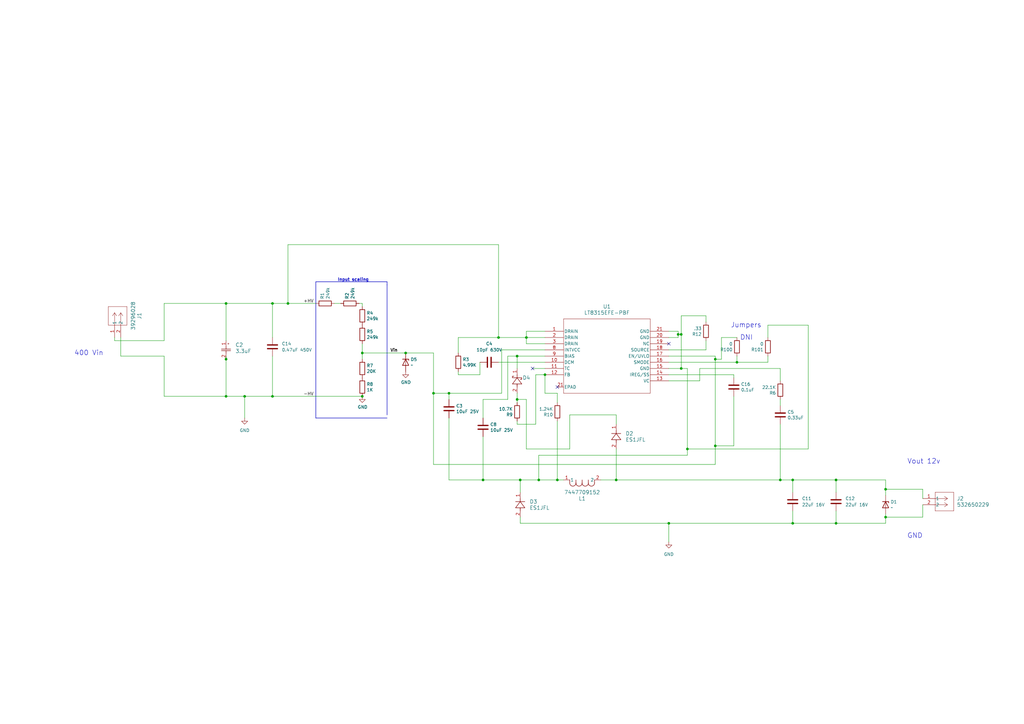
<source format=kicad_sch>
(kicad_sch (version 20230121) (generator eeschema)

  (uuid 9b1cb9e4-db35-406f-93b4-332c1c08ed7c)

  (paper "A3")

  (title_block
    (title "Voltage Present")
    (date "2024-03-04")
    (company "RPI ")
  )

  (lib_symbols
    (symbol "2024-03-05_01-40-58:LT8315EFE-PBF" (pin_names (offset 0.254)) (in_bom yes) (on_board yes)
      (property "Reference" "U1" (at 25.4 10.16 0)
        (effects (font (size 1.524 1.524)))
      )
      (property "Value" "LT8315EFE-PBF" (at 25.4 7.62 0)
        (effects (font (size 1.524 1.524)))
      )
      (property "Footprint" "TSAL-HVM:FE_20_ADI-L" (at 0 0 0)
        (effects (font (size 1.27 1.27) italic) hide)
      )
      (property "Datasheet" "LT8315EFE-PBF" (at 0 0 0)
        (effects (font (size 1.27 1.27) italic) hide)
      )
      (property "ki_locked" "" (at 0 0 0)
        (effects (font (size 1.27 1.27)))
      )
      (property "ki_keywords" "LT8315EFE#PBF" (at 0 0 0)
        (effects (font (size 1.27 1.27)) hide)
      )
      (property "ki_fp_filters" "FE_20BB_ADI FE_20_ADI-M FE_20_ADI-L" (at 0 0 0)
        (effects (font (size 1.27 1.27)) hide)
      )
      (symbol "LT8315EFE-PBF_0_1"
        (polyline
          (pts
            (xy 7.62 -25.4)
            (xy 43.18 -25.4)
          )
          (stroke (width 0.127) (type default))
          (fill (type none))
        )
        (polyline
          (pts
            (xy 7.62 5.08)
            (xy 7.62 -25.4)
          )
          (stroke (width 0.127) (type default))
          (fill (type none))
        )
        (polyline
          (pts
            (xy 43.18 -25.4)
            (xy 43.18 5.08)
          )
          (stroke (width 0.127) (type default))
          (fill (type none))
        )
        (polyline
          (pts
            (xy 43.18 5.08)
            (xy 7.62 5.08)
          )
          (stroke (width 0.127) (type default))
          (fill (type none))
        )
        (pin unspecified line (at 0 0 0) (length 7.62)
          (name "DRAIN" (effects (font (size 1.27 1.27))))
          (number "1" (effects (font (size 1.27 1.27))))
        )
        (pin unspecified line (at 0 -12.7 0) (length 7.62)
          (name "DCM" (effects (font (size 1.27 1.27))))
          (number "10" (effects (font (size 1.27 1.27))))
        )
        (pin unspecified line (at 0 -15.24 0) (length 7.62)
          (name "TC" (effects (font (size 1.27 1.27))))
          (number "11" (effects (font (size 1.27 1.27))))
        )
        (pin unspecified line (at 0 -17.78 0) (length 7.62)
          (name "FB" (effects (font (size 1.27 1.27))))
          (number "12" (effects (font (size 1.27 1.27))))
        )
        (pin unspecified line (at 50.8 -20.32 180) (length 7.62)
          (name "VC" (effects (font (size 1.27 1.27))))
          (number "13" (effects (font (size 1.27 1.27))))
        )
        (pin unspecified line (at 50.8 -17.78 180) (length 7.62)
          (name "IREG/SS" (effects (font (size 1.27 1.27))))
          (number "14" (effects (font (size 1.27 1.27))))
        )
        (pin unspecified line (at 50.8 -15.24 180) (length 7.62)
          (name "GND" (effects (font (size 1.27 1.27))))
          (number "15" (effects (font (size 1.27 1.27))))
        )
        (pin unspecified line (at 50.8 -12.7 180) (length 7.62)
          (name "SMODE" (effects (font (size 1.27 1.27))))
          (number "16" (effects (font (size 1.27 1.27))))
        )
        (pin unspecified line (at 50.8 -10.16 180) (length 7.62)
          (name "EN/UVLO" (effects (font (size 1.27 1.27))))
          (number "17" (effects (font (size 1.27 1.27))))
        )
        (pin unspecified line (at 50.8 -7.62 180) (length 7.62)
          (name "SOURCE" (effects (font (size 1.27 1.27))))
          (number "18" (effects (font (size 1.27 1.27))))
        )
        (pin unspecified line (at 50.8 -5.08 180) (length 7.62)
          (name "NC" (effects (font (size 1.27 1.27))))
          (number "19" (effects (font (size 1.27 1.27))))
        )
        (pin unspecified line (at 0 -2.54 0) (length 7.62)
          (name "DRAIN" (effects (font (size 1.27 1.27))))
          (number "2" (effects (font (size 1.27 1.27))))
        )
        (pin unspecified line (at 50.8 -2.54 180) (length 7.62)
          (name "GND" (effects (font (size 1.27 1.27))))
          (number "20" (effects (font (size 1.27 1.27))))
        )
        (pin unspecified line (at 50.8 0 180) (length 7.62)
          (name "GND" (effects (font (size 1.27 1.27))))
          (number "21" (effects (font (size 1.27 1.27))))
        )
        (pin unspecified line (at 0 -5.08 0) (length 7.62)
          (name "DRAIN" (effects (font (size 1.27 1.27))))
          (number "3" (effects (font (size 1.27 1.27))))
        )
        (pin unspecified line (at 0 -7.62 0) (length 7.62)
          (name "INTVCC" (effects (font (size 1.27 1.27))))
          (number "8" (effects (font (size 1.27 1.27))))
        )
        (pin unspecified line (at 0 -10.16 0) (length 7.62)
          (name "BIAS" (effects (font (size 1.27 1.27))))
          (number "9" (effects (font (size 1.27 1.27))))
        )
      )
      (symbol "LT8315EFE-PBF_1_1"
        (pin unspecified line (at 5.08 -22.86 0) (length 2.54)
          (name "EPAD" (effects (font (size 1.27 1.27))))
          (number "21" (effects (font (size 1.27 1.27))))
        )
      )
    )
    (symbol "2024-03-15_02-18-35:ULT2W3R3MNL1GS" (pin_names (offset 0.254)) (in_bom yes) (on_board yes)
      (property "Reference" "C" (at 3.81 3.81 0)
        (effects (font (size 1.524 1.524)))
      )
      (property "Value" "ULT2W3R3MNL1GS" (at 3.81 -3.81 0)
        (effects (font (size 1.524 1.524)))
      )
      (property "Footprint" "CAP_ULH_8X10_NCH" (at 0 0 0)
        (effects (font (size 1.27 1.27) italic) hide)
      )
      (property "Datasheet" "ULT2W3R3MNL1GS" (at 0 0 0)
        (effects (font (size 1.27 1.27) italic) hide)
      )
      (property "ki_locked" "" (at 0 0 0)
        (effects (font (size 1.27 1.27)))
      )
      (property "ki_keywords" "ULT2W3R3MNL1GS" (at 0 0 0)
        (effects (font (size 1.27 1.27)) hide)
      )
      (property "ki_fp_filters" "CAP_ULH_8X10_NCH CAP_ULH_8X10_NCH-M CAP_ULH_8X10_NCH-L" (at 0 0 0)
        (effects (font (size 1.27 1.27)) hide)
      )
      (symbol "ULT2W3R3MNL1GS_1_1"
        (polyline
          (pts
            (xy 0.9525 0.9525)
            (xy 1.5875 0.9525)
          )
          (stroke (width 0.127) (type default))
          (fill (type none))
        )
        (polyline
          (pts
            (xy 1.27 1.27)
            (xy 1.27 0.635)
          )
          (stroke (width 0.127) (type default))
          (fill (type none))
        )
        (polyline
          (pts
            (xy 2.54 0)
            (xy 3.4798 0)
          )
          (stroke (width 0.2032) (type default))
          (fill (type none))
        )
        (polyline
          (pts
            (xy 3.4798 -1.905)
            (xy 3.4798 1.905)
          )
          (stroke (width 0.2032) (type default))
          (fill (type none))
        )
        (polyline
          (pts
            (xy 4.1148 -1.905)
            (xy 4.1148 1.905)
          )
          (stroke (width 0.2032) (type default))
          (fill (type none))
        )
        (polyline
          (pts
            (xy 4.1148 0)
            (xy 5.08 0)
          )
          (stroke (width 0.2032) (type default))
          (fill (type none))
        )
        (pin unspecified line (at 0 0 0) (length 2.54)
          (name "" (effects (font (size 1.27 1.27))))
          (number "1" (effects (font (size 1.27 1.27))))
        )
        (pin unspecified line (at 7.62 0 180) (length 2.54)
          (name "" (effects (font (size 1.27 1.27))))
          (number "2" (effects (font (size 1.27 1.27))))
        )
      )
      (symbol "ULT2W3R3MNL1GS_1_2"
        (polyline
          (pts
            (xy -1.905 -4.1148)
            (xy 1.905 -4.1148)
          )
          (stroke (width 0.2032) (type default))
          (fill (type none))
        )
        (polyline
          (pts
            (xy -1.905 -3.4798)
            (xy 1.905 -3.4798)
          )
          (stroke (width 0.2032) (type default))
          (fill (type none))
        )
        (polyline
          (pts
            (xy 0 -4.1148)
            (xy 0 -5.08)
          )
          (stroke (width 0.2032) (type default))
          (fill (type none))
        )
        (polyline
          (pts
            (xy 0 -2.54)
            (xy 0 -3.4798)
          )
          (stroke (width 0.2032) (type default))
          (fill (type none))
        )
        (polyline
          (pts
            (xy 0.3175 -1.5875)
            (xy 0.9525 -1.5875)
          )
          (stroke (width 0.127) (type default))
          (fill (type none))
        )
        (polyline
          (pts
            (xy 0.635 -1.27)
            (xy 0.635 -1.905)
          )
          (stroke (width 0.127) (type default))
          (fill (type none))
        )
        (pin unspecified line (at 0 0 270) (length 2.54)
          (name "" (effects (font (size 1.27 1.27))))
          (number "1" (effects (font (size 1.27 1.27))))
        )
        (pin unspecified line (at 0 -7.62 90) (length 2.54)
          (name "" (effects (font (size 1.27 1.27))))
          (number "2" (effects (font (size 1.27 1.27))))
        )
      )
    )
    (symbol "2024-03-15_22-02-20:7447709152" (pin_names (offset 0.254)) (in_bom yes) (on_board yes)
      (property "Reference" "L" (at 6.985 5.08 0)
        (effects (font (size 1.524 1.524)))
      )
      (property "Value" "7447709152" (at 6.985 -2.54 0)
        (effects (font (size 1.524 1.524)))
      )
      (property "Footprint" "IND_1210-WE-PD_WRE" (at 0 0 0)
        (effects (font (size 1.27 1.27) italic) hide)
      )
      (property "Datasheet" "7447709152" (at 0 0 0)
        (effects (font (size 1.27 1.27) italic) hide)
      )
      (property "ki_locked" "" (at 0 0 0)
        (effects (font (size 1.27 1.27)))
      )
      (property "ki_keywords" "7447709152" (at 0 0 0)
        (effects (font (size 1.27 1.27)) hide)
      )
      (property "ki_fp_filters" "IND_1210-WE-PD_WRE IND_1210-WE-PD_WRE-M IND_1210-WE-PD_WRE-L" (at 0 0 0)
        (effects (font (size 1.27 1.27)) hide)
      )
      (symbol "7447709152_1_1"
        (polyline
          (pts
            (xy 2.54 0)
            (xy 2.54 1.27)
          )
          (stroke (width 0.2032) (type default))
          (fill (type none))
        )
        (polyline
          (pts
            (xy 5.08 0)
            (xy 5.08 1.27)
          )
          (stroke (width 0.2032) (type default))
          (fill (type none))
        )
        (polyline
          (pts
            (xy 7.62 0)
            (xy 7.62 1.27)
          )
          (stroke (width 0.2032) (type default))
          (fill (type none))
        )
        (polyline
          (pts
            (xy 10.16 0)
            (xy 10.16 1.27)
          )
          (stroke (width 0.2032) (type default))
          (fill (type none))
        )
        (polyline
          (pts
            (xy 12.7 0)
            (xy 12.7 1.27)
          )
          (stroke (width 0.2032) (type default))
          (fill (type none))
        )
        (arc (start 5.08 1.27) (mid 3.81 2.5345) (end 2.54 1.27)
          (stroke (width 0.2032) (type default))
          (fill (type none))
        )
        (arc (start 7.62 1.27) (mid 6.35 2.5345) (end 5.08 1.27)
          (stroke (width 0.2032) (type default))
          (fill (type none))
        )
        (arc (start 10.16 1.27) (mid 8.89 2.5345) (end 7.62 1.27)
          (stroke (width 0.2032) (type default))
          (fill (type none))
        )
        (arc (start 12.7 1.27) (mid 11.43 2.5345) (end 10.16 1.27)
          (stroke (width 0.2032) (type default))
          (fill (type none))
        )
        (pin unspecified line (at 15.24 0 180) (length 2.54)
          (name "1" (effects (font (size 1.27 1.27))))
          (number "1" (effects (font (size 1.27 1.27))))
        )
        (pin unspecified line (at 0 0 0) (length 2.54)
          (name "2" (effects (font (size 1.27 1.27))))
          (number "2" (effects (font (size 1.27 1.27))))
        )
      )
      (symbol "7447709152_1_2"
        (arc (start -1.27 5.08) (mid -2.5345 3.81) (end -1.27 2.54)
          (stroke (width 0.2032) (type default))
          (fill (type none))
        )
        (arc (start -1.27 7.62) (mid -2.5345 6.35) (end -1.27 5.08)
          (stroke (width 0.2032) (type default))
          (fill (type none))
        )
        (arc (start -1.27 10.16) (mid -2.5345 8.89) (end -1.27 7.62)
          (stroke (width 0.2032) (type default))
          (fill (type none))
        )
        (arc (start -1.27 12.7) (mid -2.5345 11.43) (end -1.27 10.16)
          (stroke (width 0.2032) (type default))
          (fill (type none))
        )
        (polyline
          (pts
            (xy 0 2.54)
            (xy -1.27 2.54)
          )
          (stroke (width 0.2032) (type default))
          (fill (type none))
        )
        (polyline
          (pts
            (xy 0 5.08)
            (xy -1.27 5.08)
          )
          (stroke (width 0.2032) (type default))
          (fill (type none))
        )
        (polyline
          (pts
            (xy 0 7.62)
            (xy -1.27 7.62)
          )
          (stroke (width 0.2032) (type default))
          (fill (type none))
        )
        (polyline
          (pts
            (xy 0 10.16)
            (xy -1.27 10.16)
          )
          (stroke (width 0.2032) (type default))
          (fill (type none))
        )
        (polyline
          (pts
            (xy 0 12.7)
            (xy -1.27 12.7)
          )
          (stroke (width 0.2032) (type default))
          (fill (type none))
        )
        (pin unspecified line (at 0 15.24 270) (length 2.54)
          (name "1" (effects (font (size 1.27 1.27))))
          (number "1" (effects (font (size 1.27 1.27))))
        )
        (pin unspecified line (at 0 0 90) (length 2.54)
          (name "2" (effects (font (size 1.27 1.27))))
          (number "2" (effects (font (size 1.27 1.27))))
        )
      )
    )
    (symbol "2024-03-15_22-44-14:ES1JFL" (pin_names (offset 0.254)) (in_bom yes) (on_board yes)
      (property "Reference" "CR" (at 5.08 4.445 0)
        (effects (font (size 1.524 1.524)))
      )
      (property "Value" "ES1JFL" (at 5.08 -3.81 0)
        (effects (font (size 1.524 1.524)))
      )
      (property "Footprint" "SOD-123FL_425AD_OSI" (at 0 0 0)
        (effects (font (size 1.27 1.27) italic) hide)
      )
      (property "Datasheet" "ES1JFL" (at 0 0 0)
        (effects (font (size 1.27 1.27) italic) hide)
      )
      (property "ki_locked" "" (at 0 0 0)
        (effects (font (size 1.27 1.27)))
      )
      (property "ki_keywords" "ES1JFL" (at 0 0 0)
        (effects (font (size 1.27 1.27)) hide)
      )
      (property "ki_fp_filters" "SOD-123FL_425AD_OSI SOD-123FL_425AD_OSI-M SOD-123FL_425AD_OSI-L" (at 0 0 0)
        (effects (font (size 1.27 1.27)) hide)
      )
      (symbol "ES1JFL_1_1"
        (polyline
          (pts
            (xy 2.54 0)
            (xy 3.4798 0)
          )
          (stroke (width 0.2032) (type default))
          (fill (type none))
        )
        (polyline
          (pts
            (xy 3.175 0)
            (xy 3.81 0)
          )
          (stroke (width 0.2032) (type default))
          (fill (type none))
        )
        (polyline
          (pts
            (xy 3.81 -1.905)
            (xy 6.35 0)
          )
          (stroke (width 0.2032) (type default))
          (fill (type none))
        )
        (polyline
          (pts
            (xy 3.81 1.905)
            (xy 3.81 -1.905)
          )
          (stroke (width 0.2032) (type default))
          (fill (type none))
        )
        (polyline
          (pts
            (xy 6.35 -1.905)
            (xy 6.35 1.905)
          )
          (stroke (width 0.2032) (type default))
          (fill (type none))
        )
        (polyline
          (pts
            (xy 6.35 0)
            (xy 3.81 1.905)
          )
          (stroke (width 0.2032) (type default))
          (fill (type none))
        )
        (polyline
          (pts
            (xy 6.35 0)
            (xy 7.62 0)
          )
          (stroke (width 0.2032) (type default))
          (fill (type none))
        )
        (pin unspecified line (at 10.16 0 180) (length 2.54)
          (name "" (effects (font (size 1.27 1.27))))
          (number "1" (effects (font (size 1.27 1.27))))
        )
        (pin unspecified line (at 0 0 0) (length 2.54)
          (name "" (effects (font (size 1.27 1.27))))
          (number "2" (effects (font (size 1.27 1.27))))
        )
      )
      (symbol "ES1JFL_1_2"
        (polyline
          (pts
            (xy -1.905 3.81)
            (xy 1.905 3.81)
          )
          (stroke (width 0.2032) (type default))
          (fill (type none))
        )
        (polyline
          (pts
            (xy 0 2.54)
            (xy 0 3.4798)
          )
          (stroke (width 0.2032) (type default))
          (fill (type none))
        )
        (polyline
          (pts
            (xy 0 3.175)
            (xy 0 3.81)
          )
          (stroke (width 0.2032) (type default))
          (fill (type none))
        )
        (polyline
          (pts
            (xy 0 6.35)
            (xy -1.905 3.81)
          )
          (stroke (width 0.2032) (type default))
          (fill (type none))
        )
        (polyline
          (pts
            (xy 0 6.35)
            (xy 0 7.62)
          )
          (stroke (width 0.2032) (type default))
          (fill (type none))
        )
        (polyline
          (pts
            (xy 1.905 3.81)
            (xy 0 6.35)
          )
          (stroke (width 0.2032) (type default))
          (fill (type none))
        )
        (polyline
          (pts
            (xy 1.905 6.35)
            (xy -1.905 6.35)
          )
          (stroke (width 0.2032) (type default))
          (fill (type none))
        )
        (pin unspecified line (at 0 10.16 270) (length 2.54)
          (name "" (effects (font (size 1.27 1.27))))
          (number "1" (effects (font (size 1.27 1.27))))
        )
        (pin unspecified line (at 0 0 90) (length 2.54)
          (name "" (effects (font (size 1.27 1.27))))
          (number "2" (effects (font (size 1.27 1.27))))
        )
      )
    )
    (symbol "2024-03-17_20-14-40:CMDSH2-3_TR_PBFREE" (pin_names (offset 0.254)) (in_bom yes) (on_board yes)
      (property "Reference" "CR" (at 5.08 4.445 0)
        (effects (font (size 1.524 1.524)))
      )
      (property "Value" "CMDSH2-3 TR PBFREE" (at 5.08 -3.81 0)
        (effects (font (size 1.524 1.524)))
      )
      (property "Footprint" "SDO_CMDSH2-3 TR PBFREE_CNS" (at 0 0 0)
        (effects (font (size 1.27 1.27) italic) hide)
      )
      (property "Datasheet" "CMDSH2-3 TR PBFREE" (at 0 0 0)
        (effects (font (size 1.27 1.27) italic) hide)
      )
      (property "ki_locked" "" (at 0 0 0)
        (effects (font (size 1.27 1.27)))
      )
      (property "ki_keywords" "CMDSH2-3 TR PBFREE" (at 0 0 0)
        (effects (font (size 1.27 1.27)) hide)
      )
      (property "ki_fp_filters" "SDO_CMDSH2-3 TR PBFREE_CNS SDO_CMDSH2-3 TR PBFREE_CNS-M SDO_CMDSH2-3 TR PBFREE_CNS-L" (at 0 0 0)
        (effects (font (size 1.27 1.27)) hide)
      )
      (symbol "CMDSH2-3_TR_PBFREE_0_1"
        (polyline
          (pts
            (xy 2.54 0)
            (xy 3.4798 0)
          )
          (stroke (width 0.2032) (type default))
          (fill (type none))
        )
        (polyline
          (pts
            (xy 3.175 0)
            (xy 3.81 0)
          )
          (stroke (width 0.2032) (type default))
          (fill (type none))
        )
        (polyline
          (pts
            (xy 3.81 -1.905)
            (xy 6.35 0)
          )
          (stroke (width 0.2032) (type default))
          (fill (type none))
        )
        (polyline
          (pts
            (xy 3.81 1.905)
            (xy 3.81 -1.905)
          )
          (stroke (width 0.2032) (type default))
          (fill (type none))
        )
        (polyline
          (pts
            (xy 5.715 -1.905)
            (xy 5.715 -1.27)
          )
          (stroke (width 0.2032) (type default))
          (fill (type none))
        )
        (polyline
          (pts
            (xy 6.35 -1.905)
            (xy 5.715 -1.905)
          )
          (stroke (width 0.2032) (type default))
          (fill (type none))
        )
        (polyline
          (pts
            (xy 6.35 -1.905)
            (xy 6.35 1.905)
          )
          (stroke (width 0.2032) (type default))
          (fill (type none))
        )
        (polyline
          (pts
            (xy 6.35 0)
            (xy 3.81 1.905)
          )
          (stroke (width 0.2032) (type default))
          (fill (type none))
        )
        (polyline
          (pts
            (xy 6.35 0)
            (xy 7.62 0)
          )
          (stroke (width 0.2032) (type default))
          (fill (type none))
        )
        (polyline
          (pts
            (xy 6.35 1.905)
            (xy 6.985 1.905)
          )
          (stroke (width 0.2032) (type default))
          (fill (type none))
        )
        (polyline
          (pts
            (xy 6.985 1.905)
            (xy 6.985 1.27)
          )
          (stroke (width 0.2032) (type default))
          (fill (type none))
        )
        (pin unspecified line (at 10.16 0 180) (length 2.54)
          (name "" (effects (font (size 1.27 1.27))))
          (number "1" (effects (font (size 1.27 1.27))))
        )
        (pin unspecified line (at 0 0 0) (length 2.54)
          (name "" (effects (font (size 1.27 1.27))))
          (number "2" (effects (font (size 1.27 1.27))))
        )
      )
    )
    (symbol "2024-03-17_20-45-22:39296028" (pin_names (offset 0.254)) (in_bom yes) (on_board yes)
      (property "Reference" "J" (at 8.89 6.35 0)
        (effects (font (size 1.524 1.524)))
      )
      (property "Value" "39296028" (at 0 0 0)
        (effects (font (size 1.524 1.524)))
      )
      (property "Footprint" "CON_39296028" (at 0 0 0)
        (effects (font (size 1.27 1.27) italic) hide)
      )
      (property "Datasheet" "39296028" (at 0 0 0)
        (effects (font (size 1.27 1.27) italic) hide)
      )
      (property "ki_locked" "" (at 0 0 0)
        (effects (font (size 1.27 1.27)))
      )
      (property "ki_keywords" "39296028" (at 0 0 0)
        (effects (font (size 1.27 1.27)) hide)
      )
      (property "ki_fp_filters" "CON_39296028" (at 0 0 0)
        (effects (font (size 1.27 1.27)) hide)
      )
      (symbol "39296028_1_1"
        (polyline
          (pts
            (xy 5.08 -5.08)
            (xy 12.7 -5.08)
          )
          (stroke (width 0.127) (type default))
          (fill (type none))
        )
        (polyline
          (pts
            (xy 5.08 2.54)
            (xy 5.08 -5.08)
          )
          (stroke (width 0.127) (type default))
          (fill (type none))
        )
        (polyline
          (pts
            (xy 10.16 -2.54)
            (xy 5.08 -2.54)
          )
          (stroke (width 0.127) (type default))
          (fill (type none))
        )
        (polyline
          (pts
            (xy 10.16 -2.54)
            (xy 8.89 -3.3867)
          )
          (stroke (width 0.127) (type default))
          (fill (type none))
        )
        (polyline
          (pts
            (xy 10.16 -2.54)
            (xy 8.89 -1.6933)
          )
          (stroke (width 0.127) (type default))
          (fill (type none))
        )
        (polyline
          (pts
            (xy 10.16 0)
            (xy 5.08 0)
          )
          (stroke (width 0.127) (type default))
          (fill (type none))
        )
        (polyline
          (pts
            (xy 10.16 0)
            (xy 8.89 -0.8467)
          )
          (stroke (width 0.127) (type default))
          (fill (type none))
        )
        (polyline
          (pts
            (xy 10.16 0)
            (xy 8.89 0.8467)
          )
          (stroke (width 0.127) (type default))
          (fill (type none))
        )
        (polyline
          (pts
            (xy 12.7 -5.08)
            (xy 12.7 2.54)
          )
          (stroke (width 0.127) (type default))
          (fill (type none))
        )
        (polyline
          (pts
            (xy 12.7 2.54)
            (xy 5.08 2.54)
          )
          (stroke (width 0.127) (type default))
          (fill (type none))
        )
        (pin unspecified line (at 0 0 0) (length 5.08)
          (name "1" (effects (font (size 1.27 1.27))))
          (number "1" (effects (font (size 1.27 1.27))))
        )
        (pin unspecified line (at 0 -2.54 0) (length 5.08)
          (name "2" (effects (font (size 1.27 1.27))))
          (number "2" (effects (font (size 1.27 1.27))))
        )
      )
      (symbol "39296028_1_2"
        (polyline
          (pts
            (xy 5.08 -5.08)
            (xy 12.7 -5.08)
          )
          (stroke (width 0.127) (type default))
          (fill (type none))
        )
        (polyline
          (pts
            (xy 5.08 2.54)
            (xy 5.08 -5.08)
          )
          (stroke (width 0.127) (type default))
          (fill (type none))
        )
        (polyline
          (pts
            (xy 7.62 -2.54)
            (xy 5.08 -2.54)
          )
          (stroke (width 0.127) (type default))
          (fill (type none))
        )
        (polyline
          (pts
            (xy 7.62 -2.54)
            (xy 8.89 -3.3867)
          )
          (stroke (width 0.127) (type default))
          (fill (type none))
        )
        (polyline
          (pts
            (xy 7.62 -2.54)
            (xy 8.89 -1.6933)
          )
          (stroke (width 0.127) (type default))
          (fill (type none))
        )
        (polyline
          (pts
            (xy 7.62 0)
            (xy 5.08 0)
          )
          (stroke (width 0.127) (type default))
          (fill (type none))
        )
        (polyline
          (pts
            (xy 7.62 0)
            (xy 8.89 -0.8467)
          )
          (stroke (width 0.127) (type default))
          (fill (type none))
        )
        (polyline
          (pts
            (xy 7.62 0)
            (xy 8.89 0.8467)
          )
          (stroke (width 0.127) (type default))
          (fill (type none))
        )
        (polyline
          (pts
            (xy 12.7 -5.08)
            (xy 12.7 2.54)
          )
          (stroke (width 0.127) (type default))
          (fill (type none))
        )
        (polyline
          (pts
            (xy 12.7 2.54)
            (xy 5.08 2.54)
          )
          (stroke (width 0.127) (type default))
          (fill (type none))
        )
        (pin unspecified line (at 0 0 0) (length 5.08)
          (name "1" (effects (font (size 1.27 1.27))))
          (number "1" (effects (font (size 1.27 1.27))))
        )
        (pin unspecified line (at 0 -2.54 0) (length 5.08)
          (name "2" (effects (font (size 1.27 1.27))))
          (number "2" (effects (font (size 1.27 1.27))))
        )
      )
    )
    (symbol "2024-03-24_14-08-05:532650229" (pin_names (offset 0.254)) (in_bom yes) (on_board yes)
      (property "Reference" "J" (at 8.89 6.35 0)
        (effects (font (size 1.524 1.524)))
      )
      (property "Value" "532650229" (at 0 0 0)
        (effects (font (size 1.524 1.524)))
      )
      (property "Footprint" "CON_532650229_MOL" (at 0 0 0)
        (effects (font (size 1.27 1.27) italic) hide)
      )
      (property "Datasheet" "532650229" (at 0 0 0)
        (effects (font (size 1.27 1.27) italic) hide)
      )
      (property "ki_locked" "" (at 0 0 0)
        (effects (font (size 1.27 1.27)))
      )
      (property "ki_keywords" "532650229" (at 0 0 0)
        (effects (font (size 1.27 1.27)) hide)
      )
      (property "ki_fp_filters" "CON_532650229_MOL" (at 0 0 0)
        (effects (font (size 1.27 1.27)) hide)
      )
      (symbol "532650229_1_1"
        (polyline
          (pts
            (xy 5.08 -5.08)
            (xy 12.7 -5.08)
          )
          (stroke (width 0.127) (type default))
          (fill (type none))
        )
        (polyline
          (pts
            (xy 5.08 2.54)
            (xy 5.08 -5.08)
          )
          (stroke (width 0.127) (type default))
          (fill (type none))
        )
        (polyline
          (pts
            (xy 10.16 -2.54)
            (xy 5.08 -2.54)
          )
          (stroke (width 0.127) (type default))
          (fill (type none))
        )
        (polyline
          (pts
            (xy 10.16 -2.54)
            (xy 8.89 -3.3867)
          )
          (stroke (width 0.127) (type default))
          (fill (type none))
        )
        (polyline
          (pts
            (xy 10.16 -2.54)
            (xy 8.89 -1.6933)
          )
          (stroke (width 0.127) (type default))
          (fill (type none))
        )
        (polyline
          (pts
            (xy 10.16 0)
            (xy 5.08 0)
          )
          (stroke (width 0.127) (type default))
          (fill (type none))
        )
        (polyline
          (pts
            (xy 10.16 0)
            (xy 8.89 -0.8467)
          )
          (stroke (width 0.127) (type default))
          (fill (type none))
        )
        (polyline
          (pts
            (xy 10.16 0)
            (xy 8.89 0.8467)
          )
          (stroke (width 0.127) (type default))
          (fill (type none))
        )
        (polyline
          (pts
            (xy 12.7 -5.08)
            (xy 12.7 2.54)
          )
          (stroke (width 0.127) (type default))
          (fill (type none))
        )
        (polyline
          (pts
            (xy 12.7 2.54)
            (xy 5.08 2.54)
          )
          (stroke (width 0.127) (type default))
          (fill (type none))
        )
        (pin unspecified line (at 0 0 0) (length 5.08)
          (name "1" (effects (font (size 1.27 1.27))))
          (number "1" (effects (font (size 1.27 1.27))))
        )
        (pin unspecified line (at 0 -2.54 0) (length 5.08)
          (name "2" (effects (font (size 1.27 1.27))))
          (number "2" (effects (font (size 1.27 1.27))))
        )
      )
      (symbol "532650229_1_2"
        (polyline
          (pts
            (xy 5.08 -5.08)
            (xy 12.7 -5.08)
          )
          (stroke (width 0.127) (type default))
          (fill (type none))
        )
        (polyline
          (pts
            (xy 5.08 2.54)
            (xy 5.08 -5.08)
          )
          (stroke (width 0.127) (type default))
          (fill (type none))
        )
        (polyline
          (pts
            (xy 7.62 -2.54)
            (xy 5.08 -2.54)
          )
          (stroke (width 0.127) (type default))
          (fill (type none))
        )
        (polyline
          (pts
            (xy 7.62 -2.54)
            (xy 8.89 -3.3867)
          )
          (stroke (width 0.127) (type default))
          (fill (type none))
        )
        (polyline
          (pts
            (xy 7.62 -2.54)
            (xy 8.89 -1.6933)
          )
          (stroke (width 0.127) (type default))
          (fill (type none))
        )
        (polyline
          (pts
            (xy 7.62 0)
            (xy 5.08 0)
          )
          (stroke (width 0.127) (type default))
          (fill (type none))
        )
        (polyline
          (pts
            (xy 7.62 0)
            (xy 8.89 -0.8467)
          )
          (stroke (width 0.127) (type default))
          (fill (type none))
        )
        (polyline
          (pts
            (xy 7.62 0)
            (xy 8.89 0.8467)
          )
          (stroke (width 0.127) (type default))
          (fill (type none))
        )
        (polyline
          (pts
            (xy 12.7 -5.08)
            (xy 12.7 2.54)
          )
          (stroke (width 0.127) (type default))
          (fill (type none))
        )
        (polyline
          (pts
            (xy 12.7 2.54)
            (xy 5.08 2.54)
          )
          (stroke (width 0.127) (type default))
          (fill (type none))
        )
        (pin unspecified line (at 0 0 0) (length 5.08)
          (name "1" (effects (font (size 1.27 1.27))))
          (number "1" (effects (font (size 1.27 1.27))))
        )
        (pin unspecified line (at 0 -2.54 0) (length 5.08)
          (name "2" (effects (font (size 1.27 1.27))))
          (number "2" (effects (font (size 1.27 1.27))))
        )
      )
    )
    (symbol "Device:C" (pin_numbers hide) (pin_names (offset 0.254)) (in_bom yes) (on_board yes)
      (property "Reference" "C" (at 0.635 2.54 0)
        (effects (font (size 1.27 1.27)) (justify left))
      )
      (property "Value" "C" (at 0.635 -2.54 0)
        (effects (font (size 1.27 1.27)) (justify left))
      )
      (property "Footprint" "" (at 0.9652 -3.81 0)
        (effects (font (size 1.27 1.27)) hide)
      )
      (property "Datasheet" "~" (at 0 0 0)
        (effects (font (size 1.27 1.27)) hide)
      )
      (property "ki_keywords" "cap capacitor" (at 0 0 0)
        (effects (font (size 1.27 1.27)) hide)
      )
      (property "ki_description" "Unpolarized capacitor" (at 0 0 0)
        (effects (font (size 1.27 1.27)) hide)
      )
      (property "ki_fp_filters" "C_*" (at 0 0 0)
        (effects (font (size 1.27 1.27)) hide)
      )
      (symbol "C_0_1"
        (polyline
          (pts
            (xy -2.032 -0.762)
            (xy 2.032 -0.762)
          )
          (stroke (width 0.508) (type default))
          (fill (type none))
        )
        (polyline
          (pts
            (xy -2.032 0.762)
            (xy 2.032 0.762)
          )
          (stroke (width 0.508) (type default))
          (fill (type none))
        )
      )
      (symbol "C_1_1"
        (pin passive line (at 0 3.81 270) (length 2.794)
          (name "~" (effects (font (size 1.27 1.27))))
          (number "1" (effects (font (size 1.27 1.27))))
        )
        (pin passive line (at 0 -3.81 90) (length 2.794)
          (name "~" (effects (font (size 1.27 1.27))))
          (number "2" (effects (font (size 1.27 1.27))))
        )
      )
    )
    (symbol "Device:D_Zener" (pin_numbers hide) (pin_names (offset 1.016) hide) (in_bom yes) (on_board yes)
      (property "Reference" "D" (at 0 2.54 0)
        (effects (font (size 1.27 1.27)))
      )
      (property "Value" "D_Zener" (at 0 -2.54 0)
        (effects (font (size 1.27 1.27)))
      )
      (property "Footprint" "" (at 0 0 0)
        (effects (font (size 1.27 1.27)) hide)
      )
      (property "Datasheet" "~" (at 0 0 0)
        (effects (font (size 1.27 1.27)) hide)
      )
      (property "ki_keywords" "diode" (at 0 0 0)
        (effects (font (size 1.27 1.27)) hide)
      )
      (property "ki_description" "Zener diode" (at 0 0 0)
        (effects (font (size 1.27 1.27)) hide)
      )
      (property "ki_fp_filters" "TO-???* *_Diode_* *SingleDiode* D_*" (at 0 0 0)
        (effects (font (size 1.27 1.27)) hide)
      )
      (symbol "D_Zener_0_1"
        (polyline
          (pts
            (xy 1.27 0)
            (xy -1.27 0)
          )
          (stroke (width 0) (type default))
          (fill (type none))
        )
        (polyline
          (pts
            (xy -1.27 -1.27)
            (xy -1.27 1.27)
            (xy -0.762 1.27)
          )
          (stroke (width 0.254) (type default))
          (fill (type none))
        )
        (polyline
          (pts
            (xy 1.27 -1.27)
            (xy 1.27 1.27)
            (xy -1.27 0)
            (xy 1.27 -1.27)
          )
          (stroke (width 0.254) (type default))
          (fill (type none))
        )
      )
      (symbol "D_Zener_1_1"
        (pin passive line (at -3.81 0 0) (length 2.54)
          (name "K" (effects (font (size 1.27 1.27))))
          (number "1" (effects (font (size 1.27 1.27))))
        )
        (pin passive line (at 3.81 0 180) (length 2.54)
          (name "A" (effects (font (size 1.27 1.27))))
          (number "2" (effects (font (size 1.27 1.27))))
        )
      )
    )
    (symbol "Device:R" (pin_numbers hide) (pin_names (offset 0)) (in_bom yes) (on_board yes)
      (property "Reference" "R" (at 2.032 0 90)
        (effects (font (size 1.27 1.27)))
      )
      (property "Value" "R" (at 0 0 90)
        (effects (font (size 1.27 1.27)))
      )
      (property "Footprint" "" (at -1.778 0 90)
        (effects (font (size 1.27 1.27)) hide)
      )
      (property "Datasheet" "~" (at 0 0 0)
        (effects (font (size 1.27 1.27)) hide)
      )
      (property "ki_keywords" "R res resistor" (at 0 0 0)
        (effects (font (size 1.27 1.27)) hide)
      )
      (property "ki_description" "Resistor" (at 0 0 0)
        (effects (font (size 1.27 1.27)) hide)
      )
      (property "ki_fp_filters" "R_*" (at 0 0 0)
        (effects (font (size 1.27 1.27)) hide)
      )
      (symbol "R_0_1"
        (rectangle (start -1.016 -2.54) (end 1.016 2.54)
          (stroke (width 0.254) (type default))
          (fill (type none))
        )
      )
      (symbol "R_1_1"
        (pin passive line (at 0 3.81 270) (length 1.27)
          (name "~" (effects (font (size 1.27 1.27))))
          (number "1" (effects (font (size 1.27 1.27))))
        )
        (pin passive line (at 0 -3.81 90) (length 1.27)
          (name "~" (effects (font (size 1.27 1.27))))
          (number "2" (effects (font (size 1.27 1.27))))
        )
      )
    )
    (symbol "power:GND" (power) (pin_names (offset 0)) (in_bom yes) (on_board yes)
      (property "Reference" "#PWR" (at 0 -6.35 0)
        (effects (font (size 1.27 1.27)) hide)
      )
      (property "Value" "GND" (at 0 -3.81 0)
        (effects (font (size 1.27 1.27)))
      )
      (property "Footprint" "" (at 0 0 0)
        (effects (font (size 1.27 1.27)) hide)
      )
      (property "Datasheet" "" (at 0 0 0)
        (effects (font (size 1.27 1.27)) hide)
      )
      (property "ki_keywords" "global power" (at 0 0 0)
        (effects (font (size 1.27 1.27)) hide)
      )
      (property "ki_description" "Power symbol creates a global label with name \"GND\" , ground" (at 0 0 0)
        (effects (font (size 1.27 1.27)) hide)
      )
      (symbol "GND_0_1"
        (polyline
          (pts
            (xy 0 0)
            (xy 0 -1.27)
            (xy 1.27 -1.27)
            (xy 0 -2.54)
            (xy -1.27 -1.27)
            (xy 0 -1.27)
          )
          (stroke (width 0) (type default))
          (fill (type none))
        )
      )
      (symbol "GND_1_1"
        (pin power_in line (at 0 0 270) (length 0) hide
          (name "GND" (effects (font (size 1.27 1.27))))
          (number "1" (effects (font (size 1.27 1.27))))
        )
      )
    )
  )

  (junction (at 325.12 214.63) (diameter 0) (color 0 0 0 0)
    (uuid 100b59e0-2d49-4f30-b2af-30bd6aa71460)
  )
  (junction (at 111.76 162.56) (diameter 0) (color 0 0 0 0)
    (uuid 1481912c-4650-4886-9824-329e2973aaf7)
  )
  (junction (at 279.4 151.13) (diameter 0) (color 0 0 0 0)
    (uuid 14f85b5e-f598-444e-ac7b-58426d104101)
  )
  (junction (at 213.36 196.85) (diameter 0) (color 0 0 0 0)
    (uuid 1e080bd2-a212-4a2a-a105-0fa95e0613ff)
  )
  (junction (at 198.12 196.85) (diameter 0) (color 0 0 0 0)
    (uuid 25dd357b-6753-4d2f-b1ec-3ae8cde38711)
  )
  (junction (at 212.09 163.83) (diameter 0) (color 0 0 0 0)
    (uuid 26e16562-1c1b-4777-bb25-88dab4d25814)
  )
  (junction (at 293.37 182.88) (diameter 0) (color 0 0 0 0)
    (uuid 2ab2a515-927c-4cab-8453-2497b6a78e1c)
  )
  (junction (at 320.04 196.85) (diameter 0) (color 0 0 0 0)
    (uuid 33316e70-1b20-433a-8fd8-51b4b59daea9)
  )
  (junction (at 220.98 196.85) (diameter 0) (color 0 0 0 0)
    (uuid 38e1a05a-5cad-484a-ae3e-fcf548956998)
  )
  (junction (at 363.22 212.09) (diameter 0) (color 0 0 0 0)
    (uuid 3f328d90-2b32-4d5c-881a-8528bc578eac)
  )
  (junction (at 215.9 138.43) (diameter 0) (color 0 0 0 0)
    (uuid 400a60d7-dcd4-4a3c-be74-e9371f9f82a5)
  )
  (junction (at 223.52 153.67) (diameter 0) (color 0 0 0 0)
    (uuid 563fb161-43ec-4d79-bceb-6c46f3173de7)
  )
  (junction (at 148.59 162.56) (diameter 0) (color 0 0 0 0)
    (uuid 61630378-4930-47f2-861f-8c039a65bec4)
  )
  (junction (at 363.22 200.66) (diameter 0) (color 0 0 0 0)
    (uuid 6a31eede-d715-4757-ab1f-6407f5f93c2c)
  )
  (junction (at 177.8 161.29) (diameter 0) (color 0 0 0 0)
    (uuid 76e05c76-bfa7-4c58-8374-39662b7f7b26)
  )
  (junction (at 274.32 214.63) (diameter 0) (color 0 0 0 0)
    (uuid 7822a5c5-26f8-4b68-9582-683d039f0e75)
  )
  (junction (at 111.76 124.46) (diameter 0) (color 0 0 0 0)
    (uuid 7930a773-f2c4-42e6-9938-b695bea177a9)
  )
  (junction (at 100.33 162.56) (diameter 0) (color 0 0 0 0)
    (uuid 7d47099b-bf63-432d-9542-16ce8e6fa6fa)
  )
  (junction (at 279.4 137.16) (diameter 0) (color 0 0 0 0)
    (uuid 83809c13-a4fd-45e0-a923-4756519d6fb8)
  )
  (junction (at 148.59 144.78) (diameter 0) (color 0 0 0 0)
    (uuid 854802cc-8896-468d-886f-294f0eb8ca8a)
  )
  (junction (at 92.71 124.46) (diameter 0) (color 0 0 0 0)
    (uuid 85e8cc61-3a2d-47d2-bdf0-a2ef8925eff7)
  )
  (junction (at 92.71 147.32) (diameter 0) (color 0 0 0 0)
    (uuid 8c4ecd7e-8765-469c-a71e-8823eebf2e6e)
  )
  (junction (at 212.09 146.05) (diameter 0) (color 0 0 0 0)
    (uuid 96ce5ca2-8e90-45dd-8c58-b7795fb0ba9c)
  )
  (junction (at 204.47 138.43) (diameter 0) (color 0 0 0 0)
    (uuid a874f89d-fb56-4398-8d60-17bdfbf314bd)
  )
  (junction (at 278.13 137.16) (diameter 0) (color 0 0 0 0)
    (uuid ac058349-5ad3-4c00-ba0b-feaf89e14bef)
  )
  (junction (at 166.37 144.78) (diameter 0) (color 0 0 0 0)
    (uuid b6a031ed-66f4-4791-ae03-e2e6e956a079)
  )
  (junction (at 342.9 214.63) (diameter 0) (color 0 0 0 0)
    (uuid b6ed29e9-5174-4b6e-bbdb-2b00f102d142)
  )
  (junction (at 293.37 147.32) (diameter 0) (color 0 0 0 0)
    (uuid b97c8289-3f8a-4c65-b5f5-3d95d37dd07c)
  )
  (junction (at 92.71 162.56) (diameter 0) (color 0 0 0 0)
    (uuid c8e55bc4-38aa-422f-bb61-e1fb75fc9632)
  )
  (junction (at 228.6 196.85) (diameter 0) (color 0 0 0 0)
    (uuid c911f1de-53e1-4d46-a981-4b783dc27636)
  )
  (junction (at 118.11 124.46) (diameter 0) (color 0 0 0 0)
    (uuid cacbd9ee-0c79-4d3a-9dd0-1abdbeedfaa4)
  )
  (junction (at 252.73 196.85) (diameter 0) (color 0 0 0 0)
    (uuid ce8c5e78-d304-4b06-b896-72ea72b9bcb9)
  )
  (junction (at 281.94 184.15) (diameter 0) (color 0 0 0 0)
    (uuid ced192e6-1663-40ee-9a17-f9bb4a54d701)
  )
  (junction (at 325.12 196.85) (diameter 0) (color 0 0 0 0)
    (uuid d4d1a91a-96bb-4245-bbd2-5843c3c58f84)
  )
  (junction (at 342.9 196.85) (diameter 0) (color 0 0 0 0)
    (uuid ef88fff4-89a5-4e0d-a91c-49cbaeb5dd34)
  )
  (junction (at 302.26 148.59) (diameter 0) (color 0 0 0 0)
    (uuid f9bf823a-155d-4d20-beec-8ccb20900098)
  )
  (junction (at 184.15 161.29) (diameter 0) (color 0 0 0 0)
    (uuid fefb327d-df85-4eeb-9c1a-1d9caa41a383)
  )

  (no_connect (at 274.32 140.97) (uuid 0d0ca0c8-35c5-4cea-951e-44b286dab679))
  (no_connect (at 228.6 158.75) (uuid 8542822d-4028-4a28-bf1e-4fbe97f7a9e5))
  (no_connect (at 218.44 151.13) (uuid e1f38c79-4abc-4084-ab93-48ead1bdadf3))

  (wire (pts (xy 92.71 162.56) (xy 100.33 162.56))
    (stroke (width 0) (type default))
    (uuid 03d0669f-3644-413e-b1d1-454ecb698f8c)
  )
  (wire (pts (xy 228.6 172.72) (xy 228.6 196.85))
    (stroke (width 0) (type default))
    (uuid 08195af3-6591-4714-9b08-3163fabbc510)
  )
  (wire (pts (xy 177.8 161.29) (xy 177.8 190.5))
    (stroke (width 0) (type default))
    (uuid 08e88f9f-99a8-4885-8ca6-4d691124a14f)
  )
  (wire (pts (xy 148.59 140.97) (xy 148.59 144.78))
    (stroke (width 0) (type default))
    (uuid 09a5cea2-ccbf-496d-99f3-ffe4823ae2ef)
  )
  (wire (pts (xy 212.09 163.83) (xy 215.9 163.83))
    (stroke (width 0) (type default))
    (uuid 0a2e4475-c2fe-4712-9303-5acc6b6dd6cc)
  )
  (wire (pts (xy 293.37 182.88) (xy 293.37 147.32))
    (stroke (width 0) (type default))
    (uuid 0a95be20-a3a1-416b-84bc-448680c22388)
  )
  (wire (pts (xy 320.04 163.83) (xy 320.04 166.37))
    (stroke (width 0) (type default))
    (uuid 0c86177b-445e-458c-b867-29bae34e4a41)
  )
  (wire (pts (xy 302.26 148.59) (xy 302.26 146.05))
    (stroke (width 0) (type default))
    (uuid 0da09b2b-97bb-4f0c-aa09-af14ae54fc55)
  )
  (wire (pts (xy 148.59 144.78) (xy 166.37 144.78))
    (stroke (width 0) (type default))
    (uuid 0eed599f-a07e-46dc-9154-ff4520ae517c)
  )
  (wire (pts (xy 300.99 153.67) (xy 300.99 154.94))
    (stroke (width 0) (type default))
    (uuid 0fb5e22e-5cf2-4732-a328-d22296ed4d5f)
  )
  (wire (pts (xy 378.46 207.01) (xy 378.46 212.09))
    (stroke (width 0) (type default))
    (uuid 1315db38-2661-4268-a836-ea444a207f29)
  )
  (wire (pts (xy 177.8 190.5) (xy 293.37 190.5))
    (stroke (width 0) (type default))
    (uuid 13e3955d-5b0a-4269-8c2d-570597cfb46d)
  )
  (wire (pts (xy 177.8 144.78) (xy 177.8 161.29))
    (stroke (width 0) (type default))
    (uuid 1859b6a8-fe17-4a29-9ec9-0b488d2121b6)
  )
  (wire (pts (xy 208.28 163.83) (xy 198.12 163.83))
    (stroke (width 0) (type default))
    (uuid 1aa66ca5-a0eb-43e9-a17d-5ad052c0a255)
  )
  (wire (pts (xy 213.36 196.85) (xy 220.98 196.85))
    (stroke (width 0) (type default))
    (uuid 1b8ea9e0-841f-4f33-8e02-f87bbcf73b37)
  )
  (wire (pts (xy 100.33 171.45) (xy 100.33 162.56))
    (stroke (width 0) (type default))
    (uuid 1e02d09c-a62f-4503-ac81-b38d1c805b3c)
  )
  (wire (pts (xy 198.12 179.07) (xy 198.12 196.85))
    (stroke (width 0) (type default))
    (uuid 212fd040-f17c-459c-9b6e-896161e3a42f)
  )
  (wire (pts (xy 228.6 196.85) (xy 231.14 196.85))
    (stroke (width 0) (type default))
    (uuid 2175737d-5272-4ed3-8315-f5711b34b8f3)
  )
  (wire (pts (xy 184.15 161.29) (xy 177.8 161.29))
    (stroke (width 0) (type default))
    (uuid 2340313f-9b38-4d8b-b551-70f34004b6b3)
  )
  (wire (pts (xy 342.9 214.63) (xy 363.22 214.63))
    (stroke (width 0) (type default))
    (uuid 293e1215-ccc1-426b-b4c2-ee7a66154bcc)
  )
  (wire (pts (xy 281.94 186.69) (xy 220.98 186.69))
    (stroke (width 0) (type default))
    (uuid 2a65c9e5-67e4-43e4-aa17-9753804100c1)
  )
  (wire (pts (xy 331.47 133.35) (xy 314.96 133.35))
    (stroke (width 0) (type default))
    (uuid 2aa73cc1-4894-4bd9-995f-23761c680afa)
  )
  (wire (pts (xy 246.38 196.85) (xy 252.73 196.85))
    (stroke (width 0) (type default))
    (uuid 2b6fdbeb-2b01-41c6-bb8c-059c70be1eff)
  )
  (wire (pts (xy 363.22 210.82) (xy 363.22 212.09))
    (stroke (width 0) (type default))
    (uuid 2cbba41c-556e-49ee-a822-6703d222738c)
  )
  (wire (pts (xy 363.22 212.09) (xy 363.22 214.63))
    (stroke (width 0) (type default))
    (uuid 2dc05fdc-86c4-49d0-a173-00bdb55a0434)
  )
  (wire (pts (xy 302.26 148.59) (xy 314.96 148.59))
    (stroke (width 0) (type default))
    (uuid 2e5ebced-c5cd-4f21-9fbd-a3a3c8cd36f5)
  )
  (wire (pts (xy 204.47 138.43) (xy 215.9 138.43))
    (stroke (width 0) (type default))
    (uuid 30c539d7-952f-4eb9-8af0-8dc7377f1611)
  )
  (wire (pts (xy 281.94 184.15) (xy 281.94 186.69))
    (stroke (width 0) (type default))
    (uuid 30fc26e9-7012-40d9-a4a5-e7dbb4ff5831)
  )
  (wire (pts (xy 342.9 196.85) (xy 363.22 196.85))
    (stroke (width 0) (type default))
    (uuid 320dba53-04d9-4e46-89eb-8eecd5c01247)
  )
  (wire (pts (xy 274.32 151.13) (xy 279.4 151.13))
    (stroke (width 0) (type default))
    (uuid 33e19a63-bcb4-4e5b-9b7d-0782d84b3bf4)
  )
  (wire (pts (xy 279.4 137.16) (xy 278.13 137.16))
    (stroke (width 0) (type default))
    (uuid 33fe52ee-fc5e-4416-b9f4-a07a60c184bc)
  )
  (wire (pts (xy 215.9 163.83) (xy 215.9 184.15))
    (stroke (width 0) (type default))
    (uuid 36586782-8cfc-49be-bcb0-c9b7300808ec)
  )
  (wire (pts (xy 67.31 124.46) (xy 92.71 124.46))
    (stroke (width 0) (type default))
    (uuid 37fc62d3-2e92-4118-8247-083648496926)
  )
  (wire (pts (xy 314.96 146.05) (xy 314.96 148.59))
    (stroke (width 0) (type default))
    (uuid 3ad4af8c-277d-40d9-a160-c2584e819c93)
  )
  (wire (pts (xy 233.68 170.18) (xy 252.73 170.18))
    (stroke (width 0) (type default))
    (uuid 3c3a4cdb-6743-4903-a1df-bb5f4b44cc05)
  )
  (wire (pts (xy 147.32 124.46) (xy 148.59 124.46))
    (stroke (width 0) (type default))
    (uuid 3da4eb09-cbc6-4d70-b488-7dd250a08798)
  )
  (wire (pts (xy 198.12 163.83) (xy 198.12 171.45))
    (stroke (width 0) (type default))
    (uuid 3e00b1fc-cd12-4bec-81fc-4e65314adb43)
  )
  (wire (pts (xy 111.76 124.46) (xy 118.11 124.46))
    (stroke (width 0) (type default))
    (uuid 3eb08bcc-d3d6-4e7d-9c3a-b4b44c71e11a)
  )
  (wire (pts (xy 215.9 138.43) (xy 223.52 138.43))
    (stroke (width 0) (type default))
    (uuid 425293c4-038f-41d9-aaea-5078de0c17a2)
  )
  (polyline (pts (xy 158.75 116.84) (xy 158.75 170.18))
    (stroke (width 0.2032) (type default))
    (uuid 4285ac20-5e06-42c3-a553-3872f048a6b9)
  )

  (wire (pts (xy 274.32 135.89) (xy 278.13 135.89))
    (stroke (width 0) (type default))
    (uuid 42ad12aa-97c9-4c11-8c47-57180faaba78)
  )
  (wire (pts (xy 218.44 151.13) (xy 223.52 151.13))
    (stroke (width 0) (type default))
    (uuid 45fbb59b-ab1b-441d-957b-bd2e6fba166b)
  )
  (wire (pts (xy 331.47 184.15) (xy 281.94 184.15))
    (stroke (width 0) (type default))
    (uuid 464b311e-b390-47c9-9aab-10d557d8204e)
  )
  (wire (pts (xy 166.37 144.78) (xy 177.8 144.78))
    (stroke (width 0) (type default))
    (uuid 47b4fdfe-c6b9-4bd5-a6fd-1c7d93e64ea5)
  )
  (wire (pts (xy 204.47 148.59) (xy 223.52 148.59))
    (stroke (width 0) (type default))
    (uuid 4c499b5e-569d-44c1-8492-04deeb3e6170)
  )
  (wire (pts (xy 215.9 140.97) (xy 215.9 138.43))
    (stroke (width 0) (type default))
    (uuid 4e48d705-5387-4473-aef0-0ec9d466f7cc)
  )
  (wire (pts (xy 187.96 138.43) (xy 187.96 144.78))
    (stroke (width 0) (type default))
    (uuid 4ed4f3cd-8248-4537-8ce9-2514d4a7b27a)
  )
  (wire (pts (xy 331.47 133.35) (xy 331.47 184.15))
    (stroke (width 0) (type default))
    (uuid 4f5a2ada-aa61-464e-9429-d0c393631d46)
  )
  (wire (pts (xy 274.32 214.63) (xy 325.12 214.63))
    (stroke (width 0) (type default))
    (uuid 4f9e77e5-de66-4c53-b828-20a0f7549dbb)
  )
  (wire (pts (xy 49.53 146.05) (xy 49.53 138.43))
    (stroke (width 0) (type default))
    (uuid 5257e804-672a-45fa-b4bd-13079df33d6b)
  )
  (wire (pts (xy 325.12 214.63) (xy 342.9 214.63))
    (stroke (width 0) (type default))
    (uuid 57ec1fea-e80a-4ec5-82f4-6b306d8b3ea4)
  )
  (wire (pts (xy 325.12 196.85) (xy 342.9 196.85))
    (stroke (width 0) (type default))
    (uuid 59411bce-78a7-4e5e-a2b1-e016c37ec835)
  )
  (wire (pts (xy 198.12 196.85) (xy 213.36 196.85))
    (stroke (width 0) (type default))
    (uuid 59973c9f-bced-479a-bad7-f902413ce702)
  )
  (wire (pts (xy 100.33 162.56) (xy 111.76 162.56))
    (stroke (width 0) (type default))
    (uuid 5a30f1b2-3aa3-4775-a4b7-97727cb42e43)
  )
  (wire (pts (xy 320.04 173.99) (xy 320.04 196.85))
    (stroke (width 0) (type default))
    (uuid 5b5e8c66-f917-42b3-a8fb-5f3d1cb1c22c)
  )
  (wire (pts (xy 212.09 146.05) (xy 208.28 146.05))
    (stroke (width 0) (type default))
    (uuid 5c88e9ee-90a7-45cd-93a3-18de83c669a0)
  )
  (wire (pts (xy 300.99 162.56) (xy 300.99 182.88))
    (stroke (width 0) (type default))
    (uuid 606aa9da-881b-4f6a-8ad8-b21f69270197)
  )
  (wire (pts (xy 215.9 184.15) (xy 233.68 184.15))
    (stroke (width 0) (type default))
    (uuid 607db615-a0dd-4657-ab47-c233e6e789fb)
  )
  (wire (pts (xy 208.28 146.05) (xy 208.28 163.83))
    (stroke (width 0) (type default))
    (uuid 61cb3335-b874-4927-a7b4-13fba48559af)
  )
  (wire (pts (xy 220.98 196.85) (xy 228.6 196.85))
    (stroke (width 0) (type default))
    (uuid 622164da-e548-4308-b783-411643a510b5)
  )
  (wire (pts (xy 274.32 143.51) (xy 289.56 143.51))
    (stroke (width 0) (type default))
    (uuid 64be433d-5e14-4aee-a0af-53e1fdc366b7)
  )
  (wire (pts (xy 92.71 147.32) (xy 92.71 162.56))
    (stroke (width 0) (type default))
    (uuid 6682a0e3-2766-4128-8114-2ac2f7c5a18f)
  )
  (wire (pts (xy 378.46 212.09) (xy 363.22 212.09))
    (stroke (width 0) (type default))
    (uuid 6bc250eb-682c-4921-81c8-97a17fa8baf2)
  )
  (wire (pts (xy 205.74 143.51) (xy 205.74 161.29))
    (stroke (width 0) (type default))
    (uuid 6c519026-ae95-4f75-86b1-87486003a8a2)
  )
  (wire (pts (xy 274.32 148.59) (xy 302.26 148.59))
    (stroke (width 0) (type default))
    (uuid 6c6f8e35-adee-479b-a244-2d03d893f6da)
  )
  (wire (pts (xy 378.46 200.66) (xy 363.22 200.66))
    (stroke (width 0) (type default))
    (uuid 6c8ab871-cedb-4b53-ba30-0a3b83e44bc1)
  )
  (wire (pts (xy 223.52 153.67) (xy 223.52 161.29))
    (stroke (width 0) (type default))
    (uuid 6c9d22d0-14c0-4814-be3f-a98b6abf12a6)
  )
  (wire (pts (xy 289.56 143.51) (xy 289.56 139.7))
    (stroke (width 0) (type default))
    (uuid 7096eebf-bdc8-4a57-95d5-c8670037b24f)
  )
  (wire (pts (xy 278.13 135.89) (xy 278.13 137.16))
    (stroke (width 0) (type default))
    (uuid 70c020cf-701e-4315-9aa5-a28cc04b48c8)
  )
  (wire (pts (xy 196.85 153.67) (xy 187.96 153.67))
    (stroke (width 0) (type default))
    (uuid 736eb013-4583-47a9-b17c-e8e34ac56e07)
  )
  (wire (pts (xy 219.71 173.99) (xy 219.71 153.67))
    (stroke (width 0) (type default))
    (uuid 73e18fc9-e626-43d8-a83e-0039f3a98ba6)
  )
  (wire (pts (xy 212.09 172.72) (xy 212.09 173.99))
    (stroke (width 0) (type default))
    (uuid 770e0e53-5e05-4d56-8c3a-07040e1e291d)
  )
  (wire (pts (xy 67.31 124.46) (xy 67.31 139.7))
    (stroke (width 0) (type default))
    (uuid 77331a17-a3a0-4cbc-83f5-11bac0f5c0de)
  )
  (wire (pts (xy 212.09 161.29) (xy 212.09 163.83))
    (stroke (width 0) (type default))
    (uuid 77545d8e-a270-478f-a301-1484c5e813f1)
  )
  (polyline (pts (xy 129.54 171.45) (xy 129.54 115.57))
    (stroke (width 0.2032) (type default))
    (uuid 7821c83e-6135-4dc3-9d7e-614097884959)
  )

  (wire (pts (xy 252.73 170.18) (xy 252.73 173.99))
    (stroke (width 0) (type default))
    (uuid 7981dff9-335e-4918-b745-91b4083fe555)
  )
  (wire (pts (xy 233.68 184.15) (xy 233.68 170.18))
    (stroke (width 0) (type default))
    (uuid 7a047e39-2614-4b65-801d-1ccba4f5bd31)
  )
  (wire (pts (xy 223.52 140.97) (xy 215.9 140.97))
    (stroke (width 0) (type default))
    (uuid 7c353de9-7e8b-41bf-9ed2-ddc58a3c7cd7)
  )
  (wire (pts (xy 219.71 153.67) (xy 223.52 153.67))
    (stroke (width 0) (type default))
    (uuid 7d560104-78df-4114-aa16-e34ef2eac583)
  )
  (wire (pts (xy 67.31 162.56) (xy 92.71 162.56))
    (stroke (width 0) (type default))
    (uuid 811e9178-f872-4e94-97e9-02c9baffbad9)
  )
  (wire (pts (xy 287.02 151.13) (xy 320.04 151.13))
    (stroke (width 0) (type default))
    (uuid 85e81180-5025-4d38-93e9-2b731cdafcd1)
  )
  (wire (pts (xy 148.59 144.78) (xy 148.59 147.32))
    (stroke (width 0) (type default))
    (uuid 88e4d4c2-2f0b-47ca-aefa-90d465617d6e)
  )
  (wire (pts (xy 137.16 124.46) (xy 139.7 124.46))
    (stroke (width 0) (type default))
    (uuid 8c367613-c54c-4669-9c85-da9dff3b25ec)
  )
  (wire (pts (xy 320.04 196.85) (xy 325.12 196.85))
    (stroke (width 0) (type default))
    (uuid 8de5f500-341e-4beb-9d1d-11b4016253b0)
  )
  (wire (pts (xy 184.15 196.85) (xy 198.12 196.85))
    (stroke (width 0) (type default))
    (uuid 9033309b-31fc-44c6-b017-bc6c3301951c)
  )
  (wire (pts (xy 378.46 204.47) (xy 378.46 200.66))
    (stroke (width 0) (type default))
    (uuid 91c52349-9848-462d-b4b1-56c6ca91990f)
  )
  (wire (pts (xy 252.73 196.85) (xy 320.04 196.85))
    (stroke (width 0) (type default))
    (uuid 9231d8cc-3a2b-4822-a215-854b5a362386)
  )
  (wire (pts (xy 281.94 151.13) (xy 281.94 184.15))
    (stroke (width 0) (type default))
    (uuid 94057d1b-b83a-40e6-9c4b-bb8d4d307768)
  )
  (wire (pts (xy 278.13 137.16) (xy 278.13 138.43))
    (stroke (width 0) (type default))
    (uuid 94900495-3f94-433f-a5ff-a30d4550b2c1)
  )
  (wire (pts (xy 118.11 124.46) (xy 129.54 124.46))
    (stroke (width 0) (type default))
    (uuid 97842812-6e58-4d81-a172-63cb3b8fd694)
  )
  (wire (pts (xy 223.52 135.89) (xy 215.9 135.89))
    (stroke (width 0) (type default))
    (uuid 97f551d6-53d6-4fbc-b211-66ea3e03f0b9)
  )
  (wire (pts (xy 289.56 129.54) (xy 279.4 129.54))
    (stroke (width 0) (type default))
    (uuid 9853a9d9-7866-400a-a9ec-64df4b6ddef3)
  )
  (wire (pts (xy 212.09 163.83) (xy 212.09 165.1))
    (stroke (width 0) (type default))
    (uuid 9bad4e27-d582-4980-849c-19af0715bd21)
  )
  (wire (pts (xy 293.37 147.32) (xy 293.37 146.05))
    (stroke (width 0) (type default))
    (uuid 9c0fe2ed-dd55-4263-a5a0-f35fb860e089)
  )
  (wire (pts (xy 49.53 146.05) (xy 67.31 146.05))
    (stroke (width 0) (type default))
    (uuid 9c9f4e31-771f-4a6c-a50b-1e6ea19e9bb0)
  )
  (polyline (pts (xy 158.75 171.45) (xy 129.54 171.45))
    (stroke (width 0.2032) (type default))
    (uuid 9e91e0d2-874b-4566-a781-a5a509d4cd4d)
  )

  (wire (pts (xy 223.52 161.29) (xy 228.6 161.29))
    (stroke (width 0) (type default))
    (uuid a04ab04f-0f3b-4066-a838-468ba951d47c)
  )
  (wire (pts (xy 300.99 182.88) (xy 293.37 182.88))
    (stroke (width 0) (type default))
    (uuid a08f5ed4-f4b1-4833-8c9d-2f8480e3716d)
  )
  (wire (pts (xy 46.99 138.43) (xy 46.99 139.7))
    (stroke (width 0) (type default))
    (uuid a29d0f69-6281-4817-9aca-7277712a4e9a)
  )
  (wire (pts (xy 295.91 147.32) (xy 293.37 147.32))
    (stroke (width 0) (type default))
    (uuid a33b9a1e-6ebd-48eb-911c-551ffaa9c4a2)
  )
  (wire (pts (xy 46.99 139.7) (xy 67.31 139.7))
    (stroke (width 0) (type default))
    (uuid a3c55e2a-53a2-4359-ba2f-eadcbf231394)
  )
  (wire (pts (xy 184.15 171.45) (xy 184.15 196.85))
    (stroke (width 0) (type default))
    (uuid a6a7a21d-a949-46af-9fe2-b17b637f9935)
  )
  (wire (pts (xy 274.32 153.67) (xy 300.99 153.67))
    (stroke (width 0) (type default))
    (uuid aacccb33-c1c1-4f2e-b4e5-1ef8cb9f0fed)
  )
  (wire (pts (xy 274.32 156.21) (xy 287.02 156.21))
    (stroke (width 0) (type default))
    (uuid ad7ea34c-16b7-41eb-ae42-7f3f4364f4a4)
  )
  (wire (pts (xy 325.12 196.85) (xy 325.12 201.93))
    (stroke (width 0) (type default))
    (uuid b36d89c8-d943-4cf3-ab9d-a29061cb7074)
  )
  (wire (pts (xy 213.36 212.09) (xy 213.36 214.63))
    (stroke (width 0) (type default))
    (uuid b39744b6-b63e-4c64-b538-9969bcde5d9f)
  )
  (wire (pts (xy 111.76 124.46) (xy 111.76 138.43))
    (stroke (width 0) (type default))
    (uuid b3aaa81b-5aab-439b-bb33-f87d915a2d01)
  )
  (wire (pts (xy 252.73 184.15) (xy 252.73 196.85))
    (stroke (width 0) (type default))
    (uuid b6db8905-bac6-4df8-afff-a57e73af8388)
  )
  (wire (pts (xy 92.71 146.05) (xy 92.71 147.32))
    (stroke (width 0) (type default))
    (uuid b77c455f-9193-490b-95a4-d7c74a7f62e2)
  )
  (wire (pts (xy 295.91 138.43) (xy 295.91 147.32))
    (stroke (width 0) (type default))
    (uuid baf82d69-0d31-4508-86fd-0ef93b3d7f1e)
  )
  (wire (pts (xy 274.32 214.63) (xy 274.32 222.25))
    (stroke (width 0) (type default))
    (uuid bd537cf1-1697-414f-8b47-6ce605eaa31c)
  )
  (wire (pts (xy 293.37 146.05) (xy 274.32 146.05))
    (stroke (width 0) (type default))
    (uuid be4c7bef-62be-4072-aaa0-eacd447fd510)
  )
  (wire (pts (xy 118.11 100.33) (xy 118.11 124.46))
    (stroke (width 0) (type default))
    (uuid bf25505e-ec07-48bc-bbc9-b1408ea2e47a)
  )
  (wire (pts (xy 279.4 129.54) (xy 279.4 137.16))
    (stroke (width 0) (type default))
    (uuid c04c1085-0242-4285-89ae-27da3466f7c2)
  )
  (wire (pts (xy 289.56 129.54) (xy 289.56 132.08))
    (stroke (width 0) (type default))
    (uuid c29c4459-225e-499d-b71f-0fdf7ca236ed)
  )
  (wire (pts (xy 204.47 138.43) (xy 204.47 100.33))
    (stroke (width 0) (type default))
    (uuid c2a0770f-d748-4a29-bbe4-5e3d483afc3d)
  )
  (wire (pts (xy 205.74 143.51) (xy 223.52 143.51))
    (stroke (width 0) (type default))
    (uuid c6862be7-51df-4db9-901e-e17937c89b65)
  )
  (wire (pts (xy 363.22 200.66) (xy 363.22 203.2))
    (stroke (width 0) (type default))
    (uuid c69ec955-475a-406b-8a06-48b22b7a4eca)
  )
  (wire (pts (xy 287.02 156.21) (xy 287.02 151.13))
    (stroke (width 0) (type default))
    (uuid c761eb73-a4f1-4f6a-b610-6b6af94ee9dd)
  )
  (wire (pts (xy 148.59 124.46) (xy 148.59 125.73))
    (stroke (width 0) (type default))
    (uuid c91a51e7-1dae-4a9a-9226-2369a103a253)
  )
  (wire (pts (xy 228.6 161.29) (xy 228.6 165.1))
    (stroke (width 0) (type default))
    (uuid cfb0d0f7-2df7-4f2a-b903-c38e7da28b7c)
  )
  (wire (pts (xy 293.37 190.5) (xy 293.37 182.88))
    (stroke (width 0) (type default))
    (uuid d057d0fd-fed9-42d9-90bf-8772984af489)
  )
  (wire (pts (xy 279.4 137.16) (xy 279.4 151.13))
    (stroke (width 0) (type default))
    (uuid d17d9217-6e7c-4f47-8a0d-aedfc62dc654)
  )
  (wire (pts (xy 320.04 151.13) (xy 320.04 156.21))
    (stroke (width 0) (type default))
    (uuid d1c69d4c-784a-44b3-964a-00b0fa8f68de)
  )
  (wire (pts (xy 215.9 135.89) (xy 215.9 138.43))
    (stroke (width 0) (type default))
    (uuid d24823af-18c4-4931-acd3-184e5d4b7879)
  )
  (wire (pts (xy 92.71 124.46) (xy 111.76 124.46))
    (stroke (width 0) (type default))
    (uuid d40a9274-5e4b-48b0-a802-e681aadf2c75)
  )
  (wire (pts (xy 111.76 146.05) (xy 111.76 162.56))
    (stroke (width 0) (type default))
    (uuid d6a37806-8cae-4967-94e1-008e13de24ab)
  )
  (wire (pts (xy 274.32 138.43) (xy 278.13 138.43))
    (stroke (width 0) (type default))
    (uuid d751660f-35a2-4ac4-b843-1023605c3af1)
  )
  (wire (pts (xy 212.09 146.05) (xy 223.52 146.05))
    (stroke (width 0) (type default))
    (uuid d9f24b69-c98c-4c77-8685-6eaa84cb035e)
  )
  (wire (pts (xy 314.96 133.35) (xy 314.96 138.43))
    (stroke (width 0) (type default))
    (uuid da4d148f-8db4-470d-8a14-a68f56bbd974)
  )
  (wire (pts (xy 213.36 214.63) (xy 274.32 214.63))
    (stroke (width 0) (type default))
    (uuid dabaa9af-9d8d-4ad0-9d41-288b98c955f0)
  )
  (polyline (pts (xy 158.75 115.57) (xy 158.75 116.84))
    (stroke (width 0.2032) (type default))
    (uuid dbdbe16e-930e-4a1f-8537-31d783ca7e62)
  )

  (wire (pts (xy 342.9 196.85) (xy 342.9 201.93))
    (stroke (width 0) (type default))
    (uuid df89bd0f-64bd-4067-a9b0-f10b6dd6fdd6)
  )
  (wire (pts (xy 187.96 138.43) (xy 204.47 138.43))
    (stroke (width 0) (type default))
    (uuid e1f7d3f8-f28d-4267-a089-7929c6707dfc)
  )
  (wire (pts (xy 212.09 146.05) (xy 212.09 151.13))
    (stroke (width 0) (type default))
    (uuid e443bb5d-a6ba-4ede-8a79-ce037e99f70e)
  )
  (wire (pts (xy 67.31 146.05) (xy 67.31 162.56))
    (stroke (width 0) (type default))
    (uuid e6382e71-2123-4f6f-bf95-9145d940d7a2)
  )
  (wire (pts (xy 204.47 100.33) (xy 118.11 100.33))
    (stroke (width 0) (type default))
    (uuid e6d039f8-e86c-4706-8f2f-3f9202336dce)
  )
  (wire (pts (xy 111.76 162.56) (xy 148.59 162.56))
    (stroke (width 0) (type default))
    (uuid e78f57ec-e422-427c-b734-a900bdfe55a2)
  )
  (wire (pts (xy 184.15 161.29) (xy 184.15 163.83))
    (stroke (width 0) (type default))
    (uuid e83ffd37-0227-4c96-8563-20a6575811e8)
  )
  (wire (pts (xy 363.22 196.85) (xy 363.22 200.66))
    (stroke (width 0) (type default))
    (uuid e9bf1288-eef8-4380-9478-8b21dd8b6bd2)
  )
  (wire (pts (xy 342.9 209.55) (xy 342.9 214.63))
    (stroke (width 0) (type default))
    (uuid ebc104d2-2ff8-4137-b554-294c0dfc95e6)
  )
  (wire (pts (xy 302.26 138.43) (xy 295.91 138.43))
    (stroke (width 0) (type default))
    (uuid ebdff6b3-d8c2-4bcc-9eb8-05d083e9fcb1)
  )
  (wire (pts (xy 220.98 186.69) (xy 220.98 196.85))
    (stroke (width 0) (type default))
    (uuid efea45a7-8c1b-4441-84d8-94f657ab39a8)
  )
  (wire (pts (xy 184.15 161.29) (xy 205.74 161.29))
    (stroke (width 0) (type default))
    (uuid f15b988c-4a97-4d9f-91b1-8c0754e9b632)
  )
  (wire (pts (xy 325.12 209.55) (xy 325.12 214.63))
    (stroke (width 0) (type default))
    (uuid f2c18d74-398f-4c82-98dd-80a97dbd8666)
  )
  (wire (pts (xy 196.85 148.59) (xy 196.85 153.67))
    (stroke (width 0) (type default))
    (uuid f56c9e47-239f-488d-ae4d-dcd5e2114dd2)
  )
  (wire (pts (xy 187.96 152.4) (xy 187.96 153.67))
    (stroke (width 0) (type default))
    (uuid f5e99b14-a9a8-4a34-bfb3-f53aa0d61803)
  )
  (polyline (pts (xy 129.54 115.57) (xy 158.75 115.57))
    (stroke (width 0.2032) (type default))
    (uuid fa5a6c09-10e1-4789-bc90-1b9f96d8d0e6)
  )

  (wire (pts (xy 212.09 173.99) (xy 219.71 173.99))
    (stroke (width 0) (type default))
    (uuid fa742b0f-1a37-4515-bbb7-15d012421e80)
  )
  (wire (pts (xy 213.36 196.85) (xy 213.36 201.93))
    (stroke (width 0) (type default))
    (uuid fa8163e3-96a2-44a0-8f81-ce8dc65fa3ea)
  )
  (wire (pts (xy 92.71 124.46) (xy 92.71 139.7))
    (stroke (width 0) (type default))
    (uuid fd353c09-f6ad-4836-bc01-289bbb48fda0)
  )
  (wire (pts (xy 279.4 151.13) (xy 281.94 151.13))
    (stroke (width 0) (type default))
    (uuid fd36056c-d9a4-4503-b138-9c2cda58c34b)
  )

  (text "Input scaling" (at 138.43 115.57 0)
    (effects (font (size 1.27 1.27) (thickness 0.254) bold) (justify left bottom))
    (uuid 2363b850-b329-4af6-b926-df8e7721e650)
  )
  (text "DNI" (at 303.53 139.7 0)
    (effects (font (size 2.0066 2.0066)) (justify left bottom))
    (uuid 479f67b1-5fed-4224-9555-10d757661401)
  )
  (text "Vout 12v" (at 372.11 190.5 0)
    (effects (font (size 2.0066 2.0066)) (justify left bottom))
    (uuid 7f5265b6-afda-4d63-bddb-347e95f99d17)
  )
  (text "Jumpers" (at 299.72 134.62 0)
    (effects (font (size 2.0066 2.0066)) (justify left bottom))
    (uuid 830f59d2-4344-4e87-8404-ec7a59ff0fcb)
  )
  (text "400 Vin" (at 30.48 146.05 0)
    (effects (font (size 2.0066 2.0066)) (justify left bottom))
    (uuid 930d24a3-9d78-473a-94e4-fb877919e36d)
  )
  (text "GND" (at 372.11 220.98 0)
    (effects (font (size 2.0066 2.0066)) (justify left bottom))
    (uuid 98ff97a6-c936-4f60-a2cd-dc52c13df25e)
  )

  (label "+HV" (at 124.46 124.46 0) (fields_autoplaced)
    (effects (font (size 1.27 1.27)) (justify left bottom))
    (uuid 4563c3ac-17b9-4667-9d06-233237cbf26a)
  )
  (label "-HV" (at 124.46 162.56 0) (fields_autoplaced)
    (effects (font (size 1.27 1.27)) (justify left bottom))
    (uuid 7b204958-ad03-43d3-9687-9995a1ac3bb7)
  )
  (label "Vin" (at 160.02 144.78 0) (fields_autoplaced)
    (effects (font (size 1.27 1.27) (thickness 0.254) bold) (justify left bottom))
    (uuid fcdd8988-7438-4a69-b180-1b443e372c1f)
  )

  (symbol (lib_id "Device:R") (at 148.59 137.16 0) (unit 1)
    (in_bom yes) (on_board yes) (dnp no)
    (uuid 00000000-0000-0000-0000-00005d491730)
    (property "Reference" "R5" (at 150.368 135.9916 0)
      (effects (font (size 1.27 1.27)) (justify left))
    )
    (property "Value" "249k" (at 150.368 138.303 0)
      (effects (font (size 1.27 1.27)) (justify left))
    )
    (property "Footprint" "TSAL-HVM:RC1210N_VIS" (at 146.812 137.16 90)
      (effects (font (size 1.27 1.27)) hide)
    )
    (property "Datasheet" "~" (at 148.59 137.16 0)
      (effects (font (size 1.27 1.27)) hide)
    )
    (pin "1" (uuid ec91848a-76f8-47b5-89bf-397eb8893e92))
    (pin "2" (uuid 1bdaae49-0a79-401a-aa43-87d466761288))
    (instances
      (project "TSALv3"
        (path "/9b1cb9e4-db35-406f-93b4-332c1c08ed7c"
          (reference "R5") (unit 1)
        )
      )
    )
  )

  (symbol (lib_id "Device:R") (at 148.59 151.13 0) (unit 1)
    (in_bom yes) (on_board yes) (dnp no)
    (uuid 00000000-0000-0000-0000-00005d49259d)
    (property "Reference" "R7" (at 150.368 149.9616 0)
      (effects (font (size 1.27 1.27)) (justify left))
    )
    (property "Value" "20K" (at 150.368 152.273 0)
      (effects (font (size 1.27 1.27)) (justify left))
    )
    (property "Footprint" "TSAL-HVM:RC1210N_VIS" (at 146.812 151.13 90)
      (effects (font (size 1.27 1.27)) hide)
    )
    (property "Datasheet" "~" (at 148.59 151.13 0)
      (effects (font (size 1.27 1.27)) hide)
    )
    (pin "1" (uuid dc9862e2-c3ae-4267-8ea1-5d0d83979d40))
    (pin "2" (uuid fa04886b-b7b4-44f2-a1e8-de58e750233d))
    (instances
      (project "TSALv3"
        (path "/9b1cb9e4-db35-406f-93b4-332c1c08ed7c"
          (reference "R7") (unit 1)
        )
      )
    )
  )

  (symbol (lib_id "power:GND") (at 166.37 152.4 0) (unit 1)
    (in_bom yes) (on_board yes) (dnp no)
    (uuid 00000000-0000-0000-0000-00005d49fa1f)
    (property "Reference" "#PWR09" (at 166.37 158.75 0)
      (effects (font (size 1.27 1.27)) hide)
    )
    (property "Value" "GND" (at 166.497 156.7942 0)
      (effects (font (size 1.27 1.27)))
    )
    (property "Footprint" "" (at 166.37 152.4 0)
      (effects (font (size 1.27 1.27)) hide)
    )
    (property "Datasheet" "" (at 166.37 152.4 0)
      (effects (font (size 1.27 1.27)) hide)
    )
    (pin "1" (uuid 5e36e259-ff2a-4078-b0c2-70488c4ef940))
    (instances
      (project "TSALv3"
        (path "/9b1cb9e4-db35-406f-93b4-332c1c08ed7c"
          (reference "#PWR09") (unit 1)
        )
      )
    )
  )

  (symbol (lib_id "Device:R") (at 148.59 158.75 0) (unit 1)
    (in_bom yes) (on_board yes) (dnp no)
    (uuid 00000000-0000-0000-0000-00005d4a1177)
    (property "Reference" "R8" (at 150.368 157.5816 0)
      (effects (font (size 1.27 1.27)) (justify left))
    )
    (property "Value" "1K" (at 150.368 159.893 0)
      (effects (font (size 1.27 1.27)) (justify left))
    )
    (property "Footprint" "TSAL-HVM:RC1210N_VIS" (at 146.812 158.75 90)
      (effects (font (size 1.27 1.27)) hide)
    )
    (property "Datasheet" "~" (at 148.59 158.75 0)
      (effects (font (size 1.27 1.27)) hide)
    )
    (pin "1" (uuid 7d61bfb3-3cfa-449a-a0b5-cbfd2765a23e))
    (pin "2" (uuid d6bcff50-9d53-4462-a284-677b84bdbf70))
    (instances
      (project "TSALv3"
        (path "/9b1cb9e4-db35-406f-93b4-332c1c08ed7c"
          (reference "R8") (unit 1)
        )
      )
    )
  )

  (symbol (lib_id "power:GND") (at 148.59 162.56 0) (unit 1)
    (in_bom yes) (on_board yes) (dnp no)
    (uuid 00000000-0000-0000-0000-00005d4a14fd)
    (property "Reference" "#PWR05" (at 148.59 168.91 0)
      (effects (font (size 1.27 1.27)) hide)
    )
    (property "Value" "GND" (at 148.717 166.9542 0)
      (effects (font (size 1.27 1.27)))
    )
    (property "Footprint" "" (at 148.59 162.56 0)
      (effects (font (size 1.27 1.27)) hide)
    )
    (property "Datasheet" "" (at 148.59 162.56 0)
      (effects (font (size 1.27 1.27)) hide)
    )
    (pin "1" (uuid 93377123-f4d6-4499-88ce-93839b3e1d24))
    (instances
      (project "TSALv3"
        (path "/9b1cb9e4-db35-406f-93b4-332c1c08ed7c"
          (reference "#PWR05") (unit 1)
        )
      )
    )
  )

  (symbol (lib_id "Device:R") (at 143.51 124.46 90) (unit 1)
    (in_bom yes) (on_board yes) (dnp no)
    (uuid 00000000-0000-0000-0000-00005e42b489)
    (property "Reference" "R2" (at 142.3416 122.682 0)
      (effects (font (size 1.27 1.27)) (justify left))
    )
    (property "Value" "249k" (at 144.653 122.682 0)
      (effects (font (size 1.27 1.27)) (justify left))
    )
    (property "Footprint" "TSAL-HVM:RC1210N_VIS" (at 143.51 126.238 90)
      (effects (font (size 1.27 1.27)) hide)
    )
    (property "Datasheet" "~" (at 143.51 124.46 0)
      (effects (font (size 1.27 1.27)) hide)
    )
    (pin "1" (uuid ff22ed0e-39a0-4cb8-83e1-393971947e28))
    (pin "2" (uuid db36050e-7733-4999-b795-fd2c2ee5dee5))
    (instances
      (project "TSALv3"
        (path "/9b1cb9e4-db35-406f-93b4-332c1c08ed7c"
          (reference "R2") (unit 1)
        )
      )
    )
  )

  (symbol (lib_id "Device:R") (at 133.35 124.46 90) (unit 1)
    (in_bom yes) (on_board yes) (dnp no)
    (uuid 00000000-0000-0000-0000-00005e42b811)
    (property "Reference" "R1" (at 132.1816 122.682 0)
      (effects (font (size 1.27 1.27)) (justify left))
    )
    (property "Value" "249k" (at 134.493 122.682 0)
      (effects (font (size 1.27 1.27)) (justify left))
    )
    (property "Footprint" "TSAL-HVM:RC1210N_VIS" (at 133.35 126.238 90)
      (effects (font (size 1.27 1.27)) hide)
    )
    (property "Datasheet" "~" (at 133.35 124.46 0)
      (effects (font (size 1.27 1.27)) hide)
    )
    (pin "1" (uuid 0c0dd8a8-c8e2-4fc1-a8d1-e2f012922e9f))
    (pin "2" (uuid ef6a4328-bda6-4557-9a43-501cfd99c04d))
    (instances
      (project "TSALv3"
        (path "/9b1cb9e4-db35-406f-93b4-332c1c08ed7c"
          (reference "R1") (unit 1)
        )
      )
    )
  )

  (symbol (lib_id "Device:R") (at 289.56 135.89 180) (unit 1)
    (in_bom yes) (on_board yes) (dnp no)
    (uuid 0050e51a-8f8b-41b4-bb78-e5ea80e07c39)
    (property "Reference" "R12" (at 287.782 137.0584 0)
      (effects (font (size 1.27 1.27)) (justify left))
    )
    (property "Value" ".33" (at 287.782 134.747 0)
      (effects (font (size 1.27 1.27)) (justify left))
    )
    (property "Footprint" "Resistor_SMD:R_0603_1608Metric" (at 291.338 135.89 90)
      (effects (font (size 1.27 1.27)) hide)
    )
    (property "Datasheet" "~" (at 289.56 135.89 0)
      (effects (font (size 1.27 1.27)) hide)
    )
    (pin "1" (uuid d3cb7610-2d9c-479d-9580-b01209666cdd))
    (pin "2" (uuid bff6a424-fd51-4dc3-aa08-522d23806466))
    (instances
      (project "TSALv3"
        (path "/9b1cb9e4-db35-406f-93b4-332c1c08ed7c"
          (reference "R12") (unit 1)
        )
      )
    )
  )

  (symbol (lib_id "Device:R") (at 187.96 148.59 0) (unit 1)
    (in_bom yes) (on_board yes) (dnp no)
    (uuid 07feca32-746c-4bc9-829e-e87c314665d6)
    (property "Reference" "R3" (at 189.738 147.4216 0)
      (effects (font (size 1.27 1.27)) (justify left))
    )
    (property "Value" "4.99K" (at 189.738 149.733 0)
      (effects (font (size 1.27 1.27)) (justify left))
    )
    (property "Footprint" "Resistor_SMD:R_1206_3216Metric" (at 186.182 148.59 90)
      (effects (font (size 1.27 1.27)) hide)
    )
    (property "Datasheet" "~" (at 187.96 148.59 0)
      (effects (font (size 1.27 1.27)) hide)
    )
    (pin "1" (uuid 6aa4a193-5d9e-46df-b870-f33ea9416448))
    (pin "2" (uuid 0bcb02d3-4f78-4abb-9350-0b59ebc38b81))
    (instances
      (project "TSALv3"
        (path "/9b1cb9e4-db35-406f-93b4-332c1c08ed7c"
          (reference "R3") (unit 1)
        )
      )
    )
  )

  (symbol (lib_id "Device:R") (at 302.26 142.24 180) (unit 1)
    (in_bom yes) (on_board yes) (dnp no)
    (uuid 12ad0d4a-c38e-42f7-b41e-c3418a85cb66)
    (property "Reference" "R100" (at 300.482 143.4084 0)
      (effects (font (size 1.27 1.27)) (justify left))
    )
    (property "Value" "0" (at 300.482 141.097 0)
      (effects (font (size 1.27 1.27)) (justify left))
    )
    (property "Footprint" "Resistor_SMD:R_0603_1608Metric" (at 304.038 142.24 90)
      (effects (font (size 1.27 1.27)) hide)
    )
    (property "Datasheet" "~" (at 302.26 142.24 0)
      (effects (font (size 1.27 1.27)) hide)
    )
    (pin "1" (uuid 70d657bf-d28a-4c8a-926e-6c61d879170c))
    (pin "2" (uuid e7ea4b38-a14c-400a-a05e-c75aa8290719))
    (instances
      (project "TSALv3"
        (path "/9b1cb9e4-db35-406f-93b4-332c1c08ed7c"
          (reference "R100") (unit 1)
        )
      )
    )
  )

  (symbol (lib_id "power:GND") (at 274.32 222.25 0) (unit 1)
    (in_bom yes) (on_board yes) (dnp no) (fields_autoplaced)
    (uuid 137c2223-1e80-40d8-a73d-d6efccda0d5c)
    (property "Reference" "#PWR03" (at 274.32 228.6 0)
      (effects (font (size 1.27 1.27)) hide)
    )
    (property "Value" "GND" (at 274.32 227.33 0)
      (effects (font (size 1.27 1.27)))
    )
    (property "Footprint" "" (at 274.32 222.25 0)
      (effects (font (size 1.27 1.27)) hide)
    )
    (property "Datasheet" "" (at 274.32 222.25 0)
      (effects (font (size 1.27 1.27)) hide)
    )
    (pin "1" (uuid e1b80730-219b-4385-bc5d-c1f1f204b7e8))
    (instances
      (project "TSALv3"
        (path "/9b1cb9e4-db35-406f-93b4-332c1c08ed7c"
          (reference "#PWR03") (unit 1)
        )
      )
    )
  )

  (symbol (lib_id "power:GND") (at 100.33 171.45 0) (unit 1)
    (in_bom yes) (on_board yes) (dnp no) (fields_autoplaced)
    (uuid 2ba6c6eb-5ee7-4c28-8871-376cb0c1c40e)
    (property "Reference" "#PWR01" (at 100.33 177.8 0)
      (effects (font (size 1.27 1.27)) hide)
    )
    (property "Value" "GND" (at 100.33 176.53 0)
      (effects (font (size 1.27 1.27)))
    )
    (property "Footprint" "" (at 100.33 171.45 0)
      (effects (font (size 1.27 1.27)) hide)
    )
    (property "Datasheet" "" (at 100.33 171.45 0)
      (effects (font (size 1.27 1.27)) hide)
    )
    (pin "1" (uuid 98b392bd-2f1c-4a81-895b-fa9f361f3b15))
    (instances
      (project "TSALv3"
        (path "/9b1cb9e4-db35-406f-93b4-332c1c08ed7c"
          (reference "#PWR01") (unit 1)
        )
      )
    )
  )

  (symbol (lib_id "Device:R") (at 148.59 129.54 0) (unit 1)
    (in_bom yes) (on_board yes) (dnp no)
    (uuid 2bd7a393-a4ac-4357-bc93-31ab54f3bfb0)
    (property "Reference" "R4" (at 150.368 128.3716 0)
      (effects (font (size 1.27 1.27)) (justify left))
    )
    (property "Value" "249k" (at 150.368 130.683 0)
      (effects (font (size 1.27 1.27)) (justify left))
    )
    (property "Footprint" "TSAL-HVM:RC1210N_VIS" (at 146.812 129.54 90)
      (effects (font (size 1.27 1.27)) hide)
    )
    (property "Datasheet" "~" (at 148.59 129.54 0)
      (effects (font (size 1.27 1.27)) hide)
    )
    (pin "1" (uuid 3e8791bd-aa4f-4f39-9ea6-d1d2a697d8e2))
    (pin "2" (uuid 4631c8fe-db56-4706-99cd-3fcf06007846))
    (instances
      (project "TSALv3"
        (path "/9b1cb9e4-db35-406f-93b4-332c1c08ed7c"
          (reference "R4") (unit 1)
        )
      )
    )
  )

  (symbol (lib_id "2024-03-24_14-08-05:532650229") (at 378.46 204.47 0) (unit 1)
    (in_bom yes) (on_board yes) (dnp no) (fields_autoplaced)
    (uuid 32054863-221d-4953-a7a2-23d2f2e34111)
    (property "Reference" "J2" (at 392.43 204.47 0)
      (effects (font (size 1.524 1.524)) (justify left))
    )
    (property "Value" "532650229" (at 392.43 207.01 0)
      (effects (font (size 1.524 1.524)) (justify left))
    )
    (property "Footprint" "CON_532650229_MOL" (at 378.46 204.47 0)
      (effects (font (size 1.27 1.27) italic) hide)
    )
    (property "Datasheet" "532650229" (at 378.46 204.47 0)
      (effects (font (size 1.27 1.27) italic) hide)
    )
    (pin "1" (uuid faea7c41-7642-4551-9431-9fbbaed35296))
    (pin "2" (uuid c682231f-893c-4e01-989c-18b7123846ea))
    (instances
      (project "TSALv3"
        (path "/9b1cb9e4-db35-406f-93b4-332c1c08ed7c"
          (reference "J2") (unit 1)
        )
      )
    )
  )

  (symbol (lib_id "Device:R") (at 228.6 168.91 180) (unit 1)
    (in_bom yes) (on_board yes) (dnp no)
    (uuid 36166293-f859-4dcc-af9b-46748cd0ebb8)
    (property "Reference" "R10" (at 226.822 170.0784 0)
      (effects (font (size 1.27 1.27)) (justify left))
    )
    (property "Value" "1.24K" (at 226.822 167.767 0)
      (effects (font (size 1.27 1.27)) (justify left))
    )
    (property "Footprint" "Resistor_SMD:R_0603_1608Metric_Pad0.98x0.95mm_HandSolder" (at 230.378 168.91 90)
      (effects (font (size 1.27 1.27)) hide)
    )
    (property "Datasheet" "~" (at 228.6 168.91 0)
      (effects (font (size 1.27 1.27)) hide)
    )
    (pin "1" (uuid fa63e423-85c5-45de-a60b-b195759fc3ec))
    (pin "2" (uuid 150f48b1-a77d-4fd8-a9cc-be7b12cad8c3))
    (instances
      (project "TSALv3"
        (path "/9b1cb9e4-db35-406f-93b4-332c1c08ed7c"
          (reference "R10") (unit 1)
        )
      )
    )
  )

  (symbol (lib_id "2024-03-15_02-18-35:ULT2W3R3MNL1GS") (at 92.71 139.7 270) (unit 1)
    (in_bom yes) (on_board yes) (dnp no) (fields_autoplaced)
    (uuid 40b815b1-c437-40c5-aee3-c954bf2040ce)
    (property "Reference" "C2" (at 96.52 141.4653 90)
      (effects (font (size 1.524 1.524)) (justify left))
    )
    (property "Value" "3.3uF" (at 96.52 144.0053 90)
      (effects (font (size 1.524 1.524)) (justify left))
    )
    (property "Footprint" "TSAL-HVM:CAP_ULH_8X10_NCH" (at 92.71 139.7 0)
      (effects (font (size 1.27 1.27) italic) hide)
    )
    (property "Datasheet" "ULT2W3R3MNL1GS" (at 92.71 139.7 0)
      (effects (font (size 1.27 1.27) italic) hide)
    )
    (pin "1" (uuid ce4e4512-e24b-4b0d-9113-867c334c55e1))
    (pin "2" (uuid 768f4a67-2c92-49fd-b1c9-e41c858d6a3a))
    (instances
      (project "TSALv3"
        (path "/9b1cb9e4-db35-406f-93b4-332c1c08ed7c"
          (reference "C2") (unit 1)
        )
      )
    )
  )

  (symbol (lib_id "Device:C") (at 342.9 205.74 0) (unit 1)
    (in_bom yes) (on_board yes) (dnp no) (fields_autoplaced)
    (uuid 4a8f6e24-e6c7-477f-8ec6-f0cb712c2c60)
    (property "Reference" "C12" (at 346.71 204.47 0)
      (effects (font (size 1.27 1.27)) (justify left))
    )
    (property "Value" "22uF 16V" (at 346.71 207.01 0)
      (effects (font (size 1.27 1.27)) (justify left))
    )
    (property "Footprint" "Capacitor_SMD:C_1210_3225Metric_Pad1.33x2.70mm_HandSolder" (at 343.8652 209.55 0)
      (effects (font (size 1.27 1.27)) hide)
    )
    (property "Datasheet" "~" (at 342.9 205.74 0)
      (effects (font (size 1.27 1.27)) hide)
    )
    (pin "1" (uuid 36f51f81-2d8f-4481-bd11-05abb04e2612))
    (pin "2" (uuid ecd73e02-8d3c-46f6-82de-278903ee53dd))
    (instances
      (project "TSALv3"
        (path "/9b1cb9e4-db35-406f-93b4-332c1c08ed7c"
          (reference "C12") (unit 1)
        )
      )
    )
  )

  (symbol (lib_id "Device:R") (at 212.09 168.91 180) (unit 1)
    (in_bom yes) (on_board yes) (dnp no)
    (uuid 5ca48fae-769a-4b06-9ec8-7a7385fa71e4)
    (property "Reference" "R9" (at 210.312 170.0784 0)
      (effects (font (size 1.27 1.27)) (justify left))
    )
    (property "Value" "10.7K" (at 210.312 167.767 0)
      (effects (font (size 1.27 1.27)) (justify left))
    )
    (property "Footprint" "Resistor_SMD:R_0201_0603Metric_Pad0.64x0.40mm_HandSolder" (at 213.868 168.91 90)
      (effects (font (size 1.27 1.27)) hide)
    )
    (property "Datasheet" "~" (at 212.09 168.91 0)
      (effects (font (size 1.27 1.27)) hide)
    )
    (pin "1" (uuid c6269e70-68a5-4949-af56-ec8b127de184))
    (pin "2" (uuid 71e476ad-2410-46bc-b717-221809f8f839))
    (instances
      (project "TSALv3"
        (path "/9b1cb9e4-db35-406f-93b4-332c1c08ed7c"
          (reference "R9") (unit 1)
        )
      )
    )
  )

  (symbol (lib_id "2024-03-15_22-44-14:ES1JFL") (at 252.73 184.15 90) (unit 1)
    (in_bom yes) (on_board yes) (dnp no) (fields_autoplaced)
    (uuid 68c91b0b-6583-46f3-88f8-1363bd8b4df2)
    (property "Reference" "D2" (at 256.54 177.8 90)
      (effects (font (size 1.524 1.524)) (justify right))
    )
    (property "Value" "ES1JFL" (at 256.54 180.34 90)
      (effects (font (size 1.524 1.524)) (justify right))
    )
    (property "Footprint" "TSAL-HVM:SOD-123FL_425AD_OSI" (at 252.73 184.15 0)
      (effects (font (size 1.27 1.27) italic) hide)
    )
    (property "Datasheet" "ES1JFL" (at 252.73 184.15 0)
      (effects (font (size 1.27 1.27) italic) hide)
    )
    (pin "2" (uuid 84e6bcd6-bed8-4695-836c-28dca1c06e07))
    (pin "1" (uuid 80ac3481-7a7c-4858-8bec-da2f1aabe554))
    (instances
      (project "TSALv3"
        (path "/9b1cb9e4-db35-406f-93b4-332c1c08ed7c"
          (reference "D2") (unit 1)
        )
      )
    )
  )

  (symbol (lib_id "Device:C") (at 300.99 158.75 0) (unit 1)
    (in_bom yes) (on_board yes) (dnp no)
    (uuid 69ae910c-7e74-49f8-bd2e-482d3127a407)
    (property "Reference" "C16" (at 303.911 157.5816 0)
      (effects (font (size 1.27 1.27)) (justify left))
    )
    (property "Value" "0.1uF" (at 303.911 159.893 0)
      (effects (font (size 1.27 1.27)) (justify left))
    )
    (property "Footprint" "Capacitor_SMD:C_0603_1608Metric_Pad1.08x0.95mm_HandSolder" (at 301.9552 162.56 0)
      (effects (font (size 1.27 1.27)) hide)
    )
    (property "Datasheet" "~" (at 300.99 158.75 0)
      (effects (font (size 1.27 1.27)) hide)
    )
    (pin "1" (uuid 968f5244-cd15-42bc-b3ca-a8f633b883c7))
    (pin "2" (uuid d2ec670c-04d0-43b5-8ce8-aa4376c9e0f0))
    (instances
      (project "TSALv3"
        (path "/9b1cb9e4-db35-406f-93b4-332c1c08ed7c"
          (reference "C16") (unit 1)
        )
      )
    )
  )

  (symbol (lib_id "Device:C") (at 200.66 148.59 270) (unit 1)
    (in_bom yes) (on_board yes) (dnp no) (fields_autoplaced)
    (uuid 6c451dc1-3e5d-423c-a010-42ee32396e8e)
    (property "Reference" "C4" (at 200.66 140.97 90)
      (effects (font (size 1.27 1.27)))
    )
    (property "Value" "10pF 630V" (at 200.66 143.51 90)
      (effects (font (size 1.27 1.27)))
    )
    (property "Footprint" "Capacitor_SMD:C_1206_3216Metric" (at 196.85 149.5552 0)
      (effects (font (size 1.27 1.27)) hide)
    )
    (property "Datasheet" "~" (at 200.66 148.59 0)
      (effects (font (size 1.27 1.27)) hide)
    )
    (pin "1" (uuid 4b480c9c-f00c-41d7-ade0-cfedaed62c35))
    (pin "2" (uuid d8bfeff3-e34c-4fce-8598-bd176a3cb103))
    (instances
      (project "TSALv3"
        (path "/9b1cb9e4-db35-406f-93b4-332c1c08ed7c"
          (reference "C4") (unit 1)
        )
      )
    )
  )

  (symbol (lib_id "Device:C") (at 184.15 167.64 0) (unit 1)
    (in_bom yes) (on_board yes) (dnp no)
    (uuid 6e67373f-9a85-4efe-80c4-014340bb7772)
    (property "Reference" "C3" (at 187.071 166.4716 0)
      (effects (font (size 1.27 1.27)) (justify left))
    )
    (property "Value" "10uF 25V" (at 187.071 168.783 0)
      (effects (font (size 1.27 1.27)) (justify left))
    )
    (property "Footprint" "Capacitor_SMD:C_0603_1608Metric_Pad1.08x0.95mm_HandSolder" (at 185.1152 171.45 0)
      (effects (font (size 1.27 1.27)) hide)
    )
    (property "Datasheet" "~" (at 184.15 167.64 0)
      (effects (font (size 1.27 1.27)) hide)
    )
    (pin "1" (uuid 3ed268c0-84bd-400f-9012-0b871b11fb84))
    (pin "2" (uuid de6905f8-beaa-402c-a028-cb45a9b42d31))
    (instances
      (project "TSALv3"
        (path "/9b1cb9e4-db35-406f-93b4-332c1c08ed7c"
          (reference "C3") (unit 1)
        )
      )
    )
  )

  (symbol (lib_id "2024-03-05_01-40-58:LT8315EFE-PBF") (at 223.52 135.89 0) (unit 1)
    (in_bom yes) (on_board yes) (dnp no) (fields_autoplaced)
    (uuid 71ee88e7-935b-4903-b2b6-a41d97d29f8c)
    (property "Reference" "U1" (at 248.92 125.73 0)
      (effects (font (size 1.524 1.524)))
    )
    (property "Value" "LT8315EFE-PBF" (at 248.92 128.27 0)
      (effects (font (size 1.524 1.524)))
    )
    (property "Footprint" "TSAL-HVM:FE_20_ADI-L" (at 223.52 135.89 0)
      (effects (font (size 1.27 1.27) italic) hide)
    )
    (property "Datasheet" "LT8315EFE-PBF" (at 223.52 135.89 0)
      (effects (font (size 1.27 1.27) italic) hide)
    )
    (pin "16" (uuid 01d6de7d-f2e4-44bb-b2c4-888211b63e5a))
    (pin "19" (uuid 37cad2c7-1828-4d14-a3a1-582cb9531b61))
    (pin "15" (uuid 86c9ee4f-7374-48ff-b862-f21b568afdeb))
    (pin "17" (uuid 43ad9718-6fd1-45a2-8fac-78f06b903803))
    (pin "9" (uuid e63beab4-540d-4fba-bfe4-5abd8eae8691))
    (pin "11" (uuid 83811119-5ad7-475f-a563-a81a3b320d26))
    (pin "14" (uuid fa02e98f-80d5-466c-82d8-42064888a6bb))
    (pin "8" (uuid 74127c8a-5432-4089-a04a-59187997f201))
    (pin "13" (uuid f89f9f60-0a55-4abe-8ea2-7121ce367fc0))
    (pin "10" (uuid 76267027-8173-45a3-96c0-e7d14874db50))
    (pin "2" (uuid 62d16c6d-8c3a-44f7-b19d-f5d4fe91cf7a))
    (pin "3" (uuid 884948d6-1e8f-4d07-bae7-27e52dcbc582))
    (pin "1" (uuid 2e2ac45b-1c6d-48d8-990c-6b90ff8f5fc8))
    (pin "21" (uuid 7a51b0d2-0335-4882-9896-968b2f17def5))
    (pin "18" (uuid 01c77657-29b9-4f94-b23e-0b7d18e9ec6e))
    (pin "12" (uuid 4780028a-a8f5-4d0f-be6b-649cf0cec75d))
    (pin "20" (uuid 16a58d9d-c63c-4321-8155-81d7a42455f1))
    (pin "21" (uuid 6f6e630c-0280-4237-9f22-c6cda6aedf29))
    (instances
      (project "TSALv3"
        (path "/9b1cb9e4-db35-406f-93b4-332c1c08ed7c"
          (reference "U1") (unit 1)
        )
      )
    )
  )

  (symbol (lib_id "2024-03-15_22-44-14:ES1JFL") (at 213.36 212.09 90) (unit 1)
    (in_bom yes) (on_board yes) (dnp no) (fields_autoplaced)
    (uuid 79271824-0ee0-4779-96ea-45ae82ca1060)
    (property "Reference" "D3" (at 217.17 205.74 90)
      (effects (font (size 1.524 1.524)) (justify right))
    )
    (property "Value" "ES1JFL" (at 217.17 208.28 90)
      (effects (font (size 1.524 1.524)) (justify right))
    )
    (property "Footprint" "TSAL-HVM:SOD-123FL_425AD_OSI" (at 213.36 212.09 0)
      (effects (font (size 1.27 1.27) italic) hide)
    )
    (property "Datasheet" "ES1JFL" (at 213.36 212.09 0)
      (effects (font (size 1.27 1.27) italic) hide)
    )
    (pin "2" (uuid 35a1cd53-a560-4cc1-b7ab-10c193ee09b9))
    (pin "1" (uuid ad2195d9-07e4-4302-b057-aba0d1b20bcd))
    (instances
      (project "TSALv3"
        (path "/9b1cb9e4-db35-406f-93b4-332c1c08ed7c"
          (reference "D3") (unit 1)
        )
      )
    )
  )

  (symbol (lib_id "Device:D_Zener") (at 166.37 148.59 270) (unit 1)
    (in_bom yes) (on_board yes) (dnp no)
    (uuid 7f26ebb7-c503-4e94-9c68-2e101fcc934a)
    (property "Reference" "D5" (at 168.3766 147.4216 90)
      (effects (font (size 1.27 1.27)) (justify left))
    )
    (property "Value" "~" (at 168.3766 149.733 90)
      (effects (font (size 1.27 1.27)) (justify left))
    )
    (property "Footprint" "Diode_SMD:D_SMB" (at 166.37 148.59 0)
      (effects (font (size 1.27 1.27)) hide)
    )
    (property "Datasheet" "~" (at 166.37 148.59 0)
      (effects (font (size 1.27 1.27)) hide)
    )
    (pin "1" (uuid e787bd3a-1660-414b-944b-13047cc7ece9))
    (pin "2" (uuid f15816ce-a40b-4e4f-b265-6edd60b3d2cb))
    (instances
      (project "TSALv3"
        (path "/9b1cb9e4-db35-406f-93b4-332c1c08ed7c"
          (reference "D5") (unit 1)
        )
      )
    )
  )

  (symbol (lib_id "Device:C") (at 320.04 170.18 0) (unit 1)
    (in_bom yes) (on_board yes) (dnp no)
    (uuid 879c3795-c7cf-4493-b36e-17a84bac3a98)
    (property "Reference" "C5" (at 322.961 169.0116 0)
      (effects (font (size 1.27 1.27)) (justify left))
    )
    (property "Value" "0.33uF" (at 322.961 171.323 0)
      (effects (font (size 1.27 1.27)) (justify left))
    )
    (property "Footprint" "Capacitor_SMD:C_0603_1608Metric_Pad1.08x0.95mm_HandSolder" (at 321.0052 173.99 0)
      (effects (font (size 1.27 1.27)) hide)
    )
    (property "Datasheet" "~" (at 320.04 170.18 0)
      (effects (font (size 1.27 1.27)) hide)
    )
    (pin "1" (uuid 44f3314c-5603-4181-b28e-9abda694a3a5))
    (pin "2" (uuid 58c91e7c-3bfd-46b2-9955-455fada2f49b))
    (instances
      (project "TSALv3"
        (path "/9b1cb9e4-db35-406f-93b4-332c1c08ed7c"
          (reference "C5") (unit 1)
        )
      )
    )
  )

  (symbol (lib_id "Device:D_Zener") (at 363.22 207.01 270) (unit 1)
    (in_bom yes) (on_board yes) (dnp no)
    (uuid 93dcd2ea-47ae-405a-bd32-9c508770b459)
    (property "Reference" "D1" (at 365.2266 205.8416 90)
      (effects (font (size 1.27 1.27)) (justify left))
    )
    (property "Value" "~" (at 365.2266 208.153 90)
      (effects (font (size 1.27 1.27)) (justify left))
    )
    (property "Footprint" "Diode_SMD:D_SMB" (at 363.22 207.01 0)
      (effects (font (size 1.27 1.27)) hide)
    )
    (property "Datasheet" "~" (at 363.22 207.01 0)
      (effects (font (size 1.27 1.27)) hide)
    )
    (pin "1" (uuid 71214a4b-60fa-42cc-a407-ba3260a547ba))
    (pin "2" (uuid 48c674c5-4379-4df4-b222-bc4cc9ada930))
    (instances
      (project "TSALv3"
        (path "/9b1cb9e4-db35-406f-93b4-332c1c08ed7c"
          (reference "D1") (unit 1)
        )
      )
    )
  )

  (symbol (lib_id "2024-03-17_20-14-40:CMDSH2-3_TR_PBFREE") (at 212.09 161.29 90) (unit 1)
    (in_bom yes) (on_board yes) (dnp no) (fields_autoplaced)
    (uuid 9e148ad6-e2b6-45ad-97a5-6eda2032a402)
    (property "Reference" "D4" (at 215.9 154.94 90)
      (effects (font (size 1.524 1.524)))
    )
    (property "Value" "CMDSH2-3 TR PBFREE" (at 215.9 157.48 90)
      (effects (font (size 1.524 1.524)) (justify right) hide)
    )
    (property "Footprint" "TSAL-HVM:SDO_CMDSH2-3 TR PBFREE_CNS" (at 212.09 161.29 0)
      (effects (font (size 1.27 1.27) italic) hide)
    )
    (property "Datasheet" "CMDSH2-3 TR PBFREE" (at 212.09 161.29 0)
      (effects (font (size 1.27 1.27) italic) hide)
    )
    (pin "1" (uuid a4d91fcb-e120-4a0b-963a-d814b88ff583))
    (pin "2" (uuid eba38d20-ab8d-4650-b75c-6d5ad4ed0d1e))
    (instances
      (project "TSALv3"
        (path "/9b1cb9e4-db35-406f-93b4-332c1c08ed7c"
          (reference "D4") (unit 1)
        )
      )
    )
  )

  (symbol (lib_id "Device:C") (at 325.12 205.74 0) (unit 1)
    (in_bom yes) (on_board yes) (dnp no) (fields_autoplaced)
    (uuid a048c933-773a-4a6f-be6d-68673260dd45)
    (property "Reference" "C11" (at 328.93 204.47 0)
      (effects (font (size 1.27 1.27)) (justify left))
    )
    (property "Value" "22uF 16V" (at 328.93 207.01 0)
      (effects (font (size 1.27 1.27)) (justify left))
    )
    (property "Footprint" "Capacitor_SMD:C_1210_3225Metric_Pad1.33x2.70mm_HandSolder" (at 326.0852 209.55 0)
      (effects (font (size 1.27 1.27)) hide)
    )
    (property "Datasheet" "~" (at 325.12 205.74 0)
      (effects (font (size 1.27 1.27)) hide)
    )
    (pin "1" (uuid ff2d5885-40eb-4dea-b2ee-a45d00869af5))
    (pin "2" (uuid c17e59da-9227-45a2-a7ba-ffa6dfef25ef))
    (instances
      (project "TSALv3"
        (path "/9b1cb9e4-db35-406f-93b4-332c1c08ed7c"
          (reference "C11") (unit 1)
        )
      )
    )
  )

  (symbol (lib_id "Device:C") (at 111.76 142.24 0) (unit 1)
    (in_bom yes) (on_board yes) (dnp no) (fields_autoplaced)
    (uuid b48fdeee-77aa-4506-aef7-420a0c673d33)
    (property "Reference" "C14" (at 115.57 140.97 0)
      (effects (font (size 1.27 1.27)) (justify left))
    )
    (property "Value" "0.47uF 450V" (at 115.57 143.51 0)
      (effects (font (size 1.27 1.27)) (justify left))
    )
    (property "Footprint" "Capacitor_SMD:C_1812_4532Metric" (at 112.7252 146.05 0)
      (effects (font (size 1.27 1.27)) hide)
    )
    (property "Datasheet" "~" (at 111.76 142.24 0)
      (effects (font (size 1.27 1.27)) hide)
    )
    (pin "1" (uuid 92686701-88ec-43d6-9f55-b7bdb09bbc71))
    (pin "2" (uuid 94037683-fa15-4320-b4cd-cc4e6108e40c))
    (instances
      (project "TSALv3"
        (path "/9b1cb9e4-db35-406f-93b4-332c1c08ed7c"
          (reference "C14") (unit 1)
        )
      )
    )
  )

  (symbol (lib_id "Device:R") (at 314.96 142.24 180) (unit 1)
    (in_bom yes) (on_board yes) (dnp no)
    (uuid cadd659a-3dbd-44e6-b248-18f749f2a1c5)
    (property "Reference" "R101" (at 313.182 143.4084 0)
      (effects (font (size 1.27 1.27)) (justify left))
    )
    (property "Value" "0" (at 313.182 141.097 0)
      (effects (font (size 1.27 1.27)) (justify left))
    )
    (property "Footprint" "Resistor_SMD:R_0603_1608Metric" (at 316.738 142.24 90)
      (effects (font (size 1.27 1.27)) hide)
    )
    (property "Datasheet" "~" (at 314.96 142.24 0)
      (effects (font (size 1.27 1.27)) hide)
    )
    (pin "1" (uuid 3266823f-be19-447a-a888-fc6911519c57))
    (pin "2" (uuid cdd75a46-b183-4857-a1d3-ffcba9d640d9))
    (instances
      (project "TSALv3"
        (path "/9b1cb9e4-db35-406f-93b4-332c1c08ed7c"
          (reference "R101") (unit 1)
        )
      )
    )
  )

  (symbol (lib_id "Device:C") (at 198.12 175.26 0) (unit 1)
    (in_bom yes) (on_board yes) (dnp no)
    (uuid d3c9dd8a-c138-4fce-9cf8-886da56f680e)
    (property "Reference" "C8" (at 201.041 174.0916 0)
      (effects (font (size 1.27 1.27)) (justify left))
    )
    (property "Value" "10uF 25V" (at 201.041 176.403 0)
      (effects (font (size 1.27 1.27)) (justify left))
    )
    (property "Footprint" "Capacitor_SMD:C_1206_3216Metric_Pad1.33x1.80mm_HandSolder" (at 199.0852 179.07 0)
      (effects (font (size 1.27 1.27)) hide)
    )
    (property "Datasheet" "~" (at 198.12 175.26 0)
      (effects (font (size 1.27 1.27)) hide)
    )
    (pin "1" (uuid 98923af0-ebb2-45df-a3b0-ee2819753d45))
    (pin "2" (uuid d97ab70a-ed92-4133-8414-30f80c56e250))
    (instances
      (project "TSALv3"
        (path "/9b1cb9e4-db35-406f-93b4-332c1c08ed7c"
          (reference "C8") (unit 1)
        )
      )
    )
  )

  (symbol (lib_id "2024-03-17_20-45-22:39296028") (at 46.99 138.43 90) (unit 1)
    (in_bom yes) (on_board yes) (dnp no)
    (uuid dc6b94f2-ef54-41fc-859a-8545aa0d0456)
    (property "Reference" "J1" (at 57.15 129.54 0)
      (effects (font (size 1.524 1.524)))
    )
    (property "Value" "39296028" (at 54.61 129.54 0)
      (effects (font (size 1.524 1.524)))
    )
    (property "Footprint" "TSAL-HVM:CON_39296028" (at 46.99 138.43 0)
      (effects (font (size 1.27 1.27) italic) hide)
    )
    (property "Datasheet" "39296028" (at 46.99 138.43 0)
      (effects (font (size 1.27 1.27) italic) hide)
    )
    (pin "1" (uuid cb69685d-3004-4eaf-a5e0-837722eff289))
    (pin "2" (uuid ec8b36fb-8dba-41ef-afe4-33ef3c5cbd69))
    (instances
      (project "TSALv3"
        (path "/9b1cb9e4-db35-406f-93b4-332c1c08ed7c"
          (reference "J1") (unit 1)
        )
      )
    )
  )

  (symbol (lib_id "Device:R") (at 320.04 160.02 180) (unit 1)
    (in_bom yes) (on_board yes) (dnp no)
    (uuid f2007f9b-22ca-4580-a696-8b06889d77cb)
    (property "Reference" "R6" (at 318.262 161.1884 0)
      (effects (font (size 1.27 1.27)) (justify left))
    )
    (property "Value" "22.1K" (at 318.262 158.877 0)
      (effects (font (size 1.27 1.27)) (justify left))
    )
    (property "Footprint" "Resistor_SMD:R_0603_1608Metric_Pad0.98x0.95mm_HandSolder" (at 321.818 160.02 90)
      (effects (font (size 1.27 1.27)) hide)
    )
    (property "Datasheet" "~" (at 320.04 160.02 0)
      (effects (font (size 1.27 1.27)) hide)
    )
    (pin "1" (uuid a28089da-7f2a-4bce-9f4c-863e808d8a87))
    (pin "2" (uuid a0d24918-b7d9-49c9-85e9-43a2593e1a6e))
    (instances
      (project "TSALv3"
        (path "/9b1cb9e4-db35-406f-93b4-332c1c08ed7c"
          (reference "R6") (unit 1)
        )
      )
    )
  )

  (symbol (lib_id "2024-03-15_22-02-20:7447709152") (at 246.38 196.85 180) (unit 1)
    (in_bom yes) (on_board yes) (dnp no)
    (uuid f4cc650a-42ee-4458-8402-120693284d08)
    (property "Reference" "L1" (at 238.76 204.47 0)
      (effects (font (size 1.524 1.524)))
    )
    (property "Value" "7447709152" (at 238.76 201.93 0)
      (effects (font (size 1.524 1.524)))
    )
    (property "Footprint" "TSAL-HVM:IND_1210-WE-PD_WRE" (at 246.38 196.85 0)
      (effects (font (size 1.27 1.27) italic) hide)
    )
    (property "Datasheet" "7447709152" (at 246.38 196.85 0)
      (effects (font (size 1.27 1.27) italic) hide)
    )
    (pin "1" (uuid 8b55f9f0-72f6-4e58-9995-aee81fcc16a8))
    (pin "2" (uuid 524705c9-3fc6-405b-9cc5-4b8d3714b11a))
    (instances
      (project "TSALv3"
        (path "/9b1cb9e4-db35-406f-93b4-332c1c08ed7c"
          (reference "L1") (unit 1)
        )
      )
    )
  )

  (sheet_instances
    (path "/" (page "1"))
  )
)

</source>
